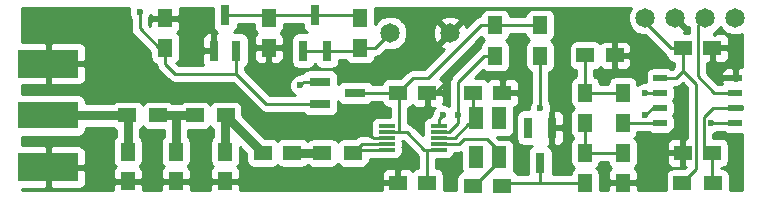
<source format=gbr>
G04 #@! TF.FileFunction,Copper,L1,Top,Signal*
%FSLAX46Y46*%
G04 Gerber Fmt 4.6, Leading zero omitted, Abs format (unit mm)*
G04 Created by KiCad (PCBNEW 0.201508030901+6040~28~ubuntu14.04.1-product) date Wed 05 Aug 2015 11:40:12 PM CDT*
%MOMM*%
G01*
G04 APERTURE LIST*
%ADD10C,0.100000*%
%ADD11R,1.250000X1.500000*%
%ADD12R,1.500000X1.250000*%
%ADD13R,1.501140X1.198880*%
%ADD14C,1.651000*%
%ADD15R,1.800860X0.800100*%
%ADD16R,1.198880X1.501140*%
%ADD17R,0.800100X1.800860*%
%ADD18R,1.400000X0.300000*%
%ADD19R,1.143000X0.508000*%
%ADD20C,0.711200*%
%ADD21R,0.889000X0.457200*%
%ADD22R,5.080000X2.413000*%
%ADD23R,5.080000X2.286000*%
%ADD24R,1.200000X1.900000*%
%ADD25C,0.600000*%
%ADD26C,0.250000*%
%ADD27C,0.787400*%
%ADD28C,0.254000*%
G04 APERTURE END LIST*
D10*
D11*
X126873000Y-87610000D03*
X126873000Y-85110000D03*
X123190000Y-98913000D03*
X123190000Y-96413000D03*
D12*
X128885000Y-96520000D03*
X126385000Y-96520000D03*
D11*
X118999000Y-98913000D03*
X118999000Y-96413000D03*
X118110000Y-85110000D03*
X118110000Y-87610000D03*
X114935000Y-98913000D03*
X114935000Y-96413000D03*
D12*
X144165000Y-91440000D03*
X146665000Y-91440000D03*
X146665000Y-99314000D03*
X144165000Y-99314000D03*
D11*
X156845000Y-99040000D03*
X156845000Y-96540000D03*
D12*
X156190000Y-88265000D03*
X153690000Y-88265000D03*
X164445000Y-96520000D03*
X161945000Y-96520000D03*
X140315000Y-91440000D03*
X137815000Y-91440000D03*
X140315000Y-99060000D03*
X137815000Y-99060000D03*
X164445000Y-87630000D03*
X161945000Y-87630000D03*
D13*
X123220480Y-93345000D03*
X120619520Y-93345000D03*
X131414520Y-96520000D03*
X134015480Y-96520000D03*
X117505480Y-93345000D03*
X114904520Y-93345000D03*
D14*
X137160000Y-86360000D03*
X142240000Y-86360000D03*
X158750000Y-85090000D03*
X161290000Y-85090000D03*
X163830000Y-85090000D03*
X166370000Y-85090000D03*
D15*
X131213860Y-90490000D03*
X131213860Y-92390000D03*
X134216140Y-91440000D03*
D16*
X149860000Y-85694520D03*
X149860000Y-88295480D03*
X146050000Y-85694520D03*
X146050000Y-88295480D03*
X153670000Y-99090480D03*
X153670000Y-96489520D03*
X153670000Y-94010480D03*
X153670000Y-91409520D03*
X156845000Y-91409520D03*
X156845000Y-94010480D03*
D13*
X164495480Y-99060000D03*
X161894520Y-99060000D03*
D17*
X122240000Y-87861140D03*
X124140000Y-87861140D03*
X123190000Y-84858860D03*
D18*
X141265000Y-96250000D03*
X141265000Y-95750000D03*
X141265000Y-95250000D03*
X141265000Y-94750000D03*
X141265000Y-94250000D03*
X136865000Y-94250000D03*
X136865000Y-94750000D03*
X136865000Y-95250000D03*
X136865000Y-95750000D03*
X136865000Y-96250000D03*
D19*
X166370000Y-90170000D03*
X166370000Y-91440000D03*
X166370000Y-92710000D03*
X166370000Y-93980000D03*
X160020000Y-93980000D03*
X160020000Y-92710000D03*
X160020000Y-91440000D03*
X160020000Y-90170000D03*
D20*
X111633000Y-97726500D03*
D21*
X111188500Y-97726500D03*
D22*
X108204000Y-97726500D03*
D23*
X108204000Y-93345000D03*
D22*
X108204000Y-88963500D03*
D21*
X111188500Y-88963500D03*
D20*
X111633000Y-88963500D03*
D17*
X129810000Y-87861140D03*
X131810000Y-87861140D03*
X130810000Y-84858860D03*
X150860000Y-94383860D03*
X148860000Y-94383860D03*
X149860000Y-97386140D03*
D24*
X144415000Y-96900000D03*
X146415000Y-93600000D03*
X146415000Y-96900000D03*
X144415000Y-93600000D03*
D11*
X134620000Y-85110000D03*
X134620000Y-87610000D03*
D25*
X125984000Y-87630000D03*
X121031000Y-87884000D03*
X119761000Y-85471000D03*
X142367000Y-97790000D03*
X148590000Y-91440000D03*
X148209000Y-96393000D03*
X134366000Y-94996000D03*
X134366000Y-92964000D03*
X160274000Y-96520000D03*
X166370000Y-97917000D03*
X152019000Y-91440000D03*
X161671000Y-92837000D03*
X152146000Y-95123000D03*
X164465000Y-89535000D03*
X142240000Y-90170000D03*
X158115000Y-88265000D03*
X116967000Y-99060000D03*
X120904000Y-99060000D03*
X135890000Y-99060000D03*
X158369000Y-99060000D03*
X115951000Y-84582000D03*
X166878000Y-92710000D03*
X129540000Y-90805000D03*
X149860000Y-92710000D03*
X158750000Y-91440000D03*
X141605000Y-93345000D03*
X158750000Y-93345000D03*
X142875000Y-93345000D03*
X164338000Y-93980000D03*
D26*
X126873000Y-87610000D02*
X126004000Y-87610000D01*
X126004000Y-87610000D02*
X125984000Y-87630000D01*
X122240000Y-87861140D02*
X121053860Y-87861140D01*
X121053860Y-87861140D02*
X121031000Y-87884000D01*
X118110000Y-85110000D02*
X119400000Y-85110000D01*
X119400000Y-85110000D02*
X119761000Y-85471000D01*
X148590000Y-91440000D02*
X148590000Y-92075000D01*
X146665000Y-91440000D02*
X148590000Y-91440000D01*
X147701000Y-95885000D02*
X148209000Y-96393000D01*
X147701000Y-92964000D02*
X147701000Y-95885000D01*
X148590000Y-92075000D02*
X147701000Y-92964000D01*
X134366000Y-92964000D02*
X134366000Y-94996000D01*
X135763000Y-95250000D02*
X135255000Y-94996000D01*
X135255000Y-94996000D02*
X134366000Y-94996000D01*
X135763000Y-95250000D02*
X136865000Y-95250000D01*
X161945000Y-96520000D02*
X160274000Y-96520000D01*
X152123140Y-94383860D02*
X152123140Y-91544140D01*
X152123140Y-91544140D02*
X152019000Y-91440000D01*
X161945000Y-96520000D02*
X161945000Y-93111000D01*
X161945000Y-93111000D02*
X161671000Y-92837000D01*
X150860000Y-94383860D02*
X152123140Y-94383860D01*
X152146000Y-94406720D02*
X152146000Y-95123000D01*
X152123140Y-94383860D02*
X152146000Y-94406720D01*
X164445000Y-87630000D02*
X164445000Y-89515000D01*
X164445000Y-89515000D02*
X164465000Y-89535000D01*
X150810000Y-94383860D02*
X151025860Y-94383860D01*
X140315000Y-91440000D02*
X140970000Y-91440000D01*
X140970000Y-91440000D02*
X142240000Y-90170000D01*
X156190000Y-88265000D02*
X158115000Y-88265000D01*
X114935000Y-99040000D02*
X116947000Y-99040000D01*
X116947000Y-99040000D02*
X116967000Y-99060000D01*
X118999000Y-99040000D02*
X120884000Y-99040000D01*
X120884000Y-99040000D02*
X120904000Y-99060000D01*
X137815000Y-99060000D02*
X135890000Y-99060000D01*
X156845000Y-99040000D02*
X158349000Y-99040000D01*
X158349000Y-99040000D02*
X158369000Y-99060000D01*
X129810000Y-87861140D02*
X131810000Y-87861140D01*
X131810000Y-87861140D02*
X134368860Y-87861140D01*
X134368860Y-87861140D02*
X134620000Y-87610000D01*
X134620000Y-87610000D02*
X135910000Y-87610000D01*
X135910000Y-87610000D02*
X137160000Y-86360000D01*
D27*
X123190000Y-96540000D02*
X123190000Y-93375480D01*
X123190000Y-93375480D02*
X123220480Y-93345000D01*
X123220480Y-93345000D02*
X123220480Y-93355480D01*
X123220480Y-93355480D02*
X126385000Y-96520000D01*
X126365000Y-96540000D02*
X126385000Y-96520000D01*
X123220480Y-96509520D02*
X123190000Y-96540000D01*
X128885000Y-96520000D02*
X131414520Y-96520000D01*
X118999000Y-96540000D02*
X118999000Y-93345000D01*
X118999000Y-93345000D02*
X118745000Y-93345000D01*
X120619520Y-93345000D02*
X118745000Y-93345000D01*
X118745000Y-93345000D02*
X117505480Y-93345000D01*
D26*
X115951000Y-84582000D02*
X115951000Y-85979000D01*
X115951000Y-85979000D02*
X117582000Y-87610000D01*
X117582000Y-87610000D02*
X118110000Y-87610000D01*
X124140000Y-89850000D02*
X118933000Y-89850000D01*
X118110000Y-89027000D02*
X118110000Y-87610000D01*
X118933000Y-89850000D02*
X118110000Y-89027000D01*
X126768860Y-92390000D02*
X126680000Y-92390000D01*
X131213860Y-92390000D02*
X126768860Y-92390000D01*
X124140000Y-89850000D02*
X124140000Y-87861140D01*
X126680000Y-92390000D02*
X124140000Y-89850000D01*
X160020000Y-90170000D02*
X161330000Y-90170000D01*
X161330000Y-90170000D02*
X161945000Y-89555000D01*
X161945000Y-87630000D02*
X161945000Y-89555000D01*
X163068000Y-90678000D02*
X162306000Y-89916000D01*
X163068000Y-92456000D02*
X163068000Y-97886520D01*
X163068000Y-97886520D02*
X161894520Y-99060000D01*
X163068000Y-92456000D02*
X163068000Y-90678000D01*
X161945000Y-89555000D02*
X162306000Y-89916000D01*
X162306000Y-87991000D02*
X161945000Y-87630000D01*
X158750000Y-85090000D02*
X158750000Y-85471000D01*
X158750000Y-85471000D02*
X160909000Y-87630000D01*
X160909000Y-87630000D02*
X161945000Y-87630000D01*
X161894520Y-99060000D02*
X161925000Y-99060000D01*
X161945000Y-87630000D02*
X161798000Y-87630000D01*
D27*
X114935000Y-96540000D02*
X114935000Y-93375480D01*
X114935000Y-93375480D02*
X114904520Y-93345000D01*
X108204000Y-93345000D02*
X114904520Y-93345000D01*
D26*
X149860000Y-97386140D02*
X149860000Y-99060000D01*
X146665000Y-99060000D02*
X149860000Y-99060000D01*
X149860000Y-99060000D02*
X153639520Y-99060000D01*
X153639520Y-99060000D02*
X153670000Y-99090480D01*
X146340000Y-96400000D02*
X146340000Y-97246000D01*
X146340000Y-97246000D02*
X144526000Y-99060000D01*
X144526000Y-99060000D02*
X144165000Y-99060000D01*
X141265000Y-95750000D02*
X143010000Y-95750000D01*
X143010000Y-95750000D02*
X143383000Y-95377000D01*
X143383000Y-95377000D02*
X145317000Y-95377000D01*
X145317000Y-95377000D02*
X146340000Y-96400000D01*
X146340000Y-96400000D02*
X146340000Y-96885000D01*
X156845000Y-96540000D02*
X153720480Y-96540000D01*
X153720480Y-96540000D02*
X153670000Y-96489520D01*
X153670000Y-94010480D02*
X153670000Y-96489520D01*
X156845000Y-91409520D02*
X153670000Y-91409520D01*
X153690000Y-88265000D02*
X153690000Y-91389520D01*
X153690000Y-91389520D02*
X153670000Y-91409520D01*
X166878000Y-92710000D02*
X166370000Y-92710000D01*
X164465000Y-92710000D02*
X166878000Y-92710000D01*
X163703000Y-93472000D02*
X164465000Y-92710000D01*
X163703000Y-95885000D02*
X163703000Y-93472000D01*
X164338000Y-96520000D02*
X163703000Y-95885000D01*
X164445000Y-96520000D02*
X164338000Y-96520000D01*
X164445000Y-96520000D02*
X164280002Y-96520000D01*
X164445000Y-96520000D02*
X164445000Y-99009520D01*
X164445000Y-99009520D02*
X164495480Y-99060000D01*
X146050000Y-85694520D02*
X144810480Y-85694520D01*
X139085000Y-90170000D02*
X137815000Y-91440000D01*
X140335000Y-90170000D02*
X139085000Y-90170000D01*
X144810480Y-85694520D02*
X140335000Y-90170000D01*
X147924520Y-85694520D02*
X149860000Y-85694520D01*
X147924520Y-85694520D02*
X146050000Y-85694520D01*
X134216140Y-91440000D02*
X137815000Y-91440000D01*
X137815000Y-91440000D02*
X137815000Y-91714000D01*
X137815000Y-91714000D02*
X137922000Y-91821000D01*
X137922000Y-91821000D02*
X137922000Y-94750000D01*
X140315000Y-99060000D02*
X140315000Y-96250000D01*
X140335000Y-96266000D02*
X140335000Y-96250000D01*
X140331000Y-96266000D02*
X140335000Y-96266000D01*
X140315000Y-96250000D02*
X140331000Y-96266000D01*
X141265000Y-96250000D02*
X140335000Y-96250000D01*
X140335000Y-96250000D02*
X140065000Y-96250000D01*
X138565000Y-94750000D02*
X137922000Y-94750000D01*
X137922000Y-94750000D02*
X136865000Y-94750000D01*
X140065000Y-96250000D02*
X138565000Y-94750000D01*
X136865000Y-96250000D02*
X134285480Y-96250000D01*
X134285480Y-96250000D02*
X134015480Y-96520000D01*
X136865000Y-95750000D02*
X134785480Y-95750000D01*
X134785480Y-95750000D02*
X134015480Y-96520000D01*
X163195000Y-86741000D02*
X163195000Y-85725000D01*
X163195000Y-86741000D02*
X163195000Y-90043000D01*
X163195000Y-90043000D02*
X164592000Y-91440000D01*
X166370000Y-91440000D02*
X164592000Y-91440000D01*
X163195000Y-85725000D02*
X163830000Y-85090000D01*
X129855000Y-90490000D02*
X131213860Y-90490000D01*
X129540000Y-90805000D02*
X129855000Y-90490000D01*
X149860000Y-88295480D02*
X149860000Y-92710000D01*
X141265000Y-94250000D02*
X141265000Y-93685000D01*
X158750000Y-91440000D02*
X160020000Y-91440000D01*
X141265000Y-93685000D02*
X141605000Y-93345000D01*
X142875000Y-93345000D02*
X142875000Y-90551000D01*
X145130520Y-88295480D02*
X146050000Y-88295480D01*
X142875000Y-90551000D02*
X145130520Y-88295480D01*
X141265000Y-94750000D02*
X142105000Y-94750000D01*
X159385000Y-92710000D02*
X160020000Y-92710000D01*
X158750000Y-93345000D02*
X159385000Y-92710000D01*
X142875000Y-93980000D02*
X142875000Y-93345000D01*
X142105000Y-94750000D02*
X142875000Y-93980000D01*
X156845000Y-94010480D02*
X159989520Y-94010480D01*
X159989520Y-94010480D02*
X160020000Y-93980000D01*
X166370000Y-93980000D02*
X164338000Y-93980000D01*
X144165000Y-91440000D02*
X144165000Y-93775000D01*
X144165000Y-93775000D02*
X144490000Y-94100000D01*
X141265000Y-95250000D02*
X142621000Y-95250000D01*
X143771000Y-94100000D02*
X144490000Y-94100000D01*
X142621000Y-95250000D02*
X143771000Y-94100000D01*
X130810000Y-84858860D02*
X134368860Y-84858860D01*
X134368860Y-84858860D02*
X134620000Y-85110000D01*
X130810000Y-84858860D02*
X127124140Y-84858860D01*
X127124140Y-84858860D02*
X126873000Y-85110000D01*
X123190000Y-84858860D02*
X126621860Y-84858860D01*
X126621860Y-84858860D02*
X126873000Y-85110000D01*
X126621860Y-84858860D02*
X126873000Y-85110000D01*
D28*
G36*
X122005820Y-94395881D02*
X122161300Y-94502116D01*
X122161300Y-95168190D01*
X122113559Y-95198910D01*
X121968569Y-95411110D01*
X121917560Y-95663000D01*
X121917560Y-97163000D01*
X121961838Y-97398317D01*
X122100910Y-97614441D01*
X122169006Y-97660969D01*
X122026673Y-97803302D01*
X121930000Y-98036691D01*
X121930000Y-98627250D01*
X122088750Y-98786000D01*
X123063000Y-98786000D01*
X123063000Y-98766000D01*
X123317000Y-98766000D01*
X123317000Y-98786000D01*
X124291250Y-98786000D01*
X124450000Y-98627250D01*
X124450000Y-98308690D01*
X136430000Y-98308690D01*
X136430000Y-98774250D01*
X136588750Y-98933000D01*
X137688000Y-98933000D01*
X137688000Y-97958750D01*
X137529250Y-97800000D01*
X136938691Y-97800000D01*
X136705302Y-97896673D01*
X136526673Y-98075301D01*
X136430000Y-98308690D01*
X124450000Y-98308690D01*
X124450000Y-98036691D01*
X124353327Y-97803302D01*
X124212090Y-97662064D01*
X124266441Y-97627090D01*
X124411431Y-97414890D01*
X124462440Y-97163000D01*
X124462440Y-96052242D01*
X124987560Y-96577362D01*
X124987560Y-97145000D01*
X125031838Y-97380317D01*
X125170910Y-97596441D01*
X125383110Y-97741431D01*
X125635000Y-97792440D01*
X127135000Y-97792440D01*
X127370317Y-97748162D01*
X127586441Y-97609090D01*
X127634134Y-97539289D01*
X127670910Y-97596441D01*
X127883110Y-97741431D01*
X128135000Y-97792440D01*
X129635000Y-97792440D01*
X129870317Y-97748162D01*
X130086441Y-97609090D01*
X130127704Y-97548700D01*
X130185587Y-97548700D01*
X130199860Y-97570881D01*
X130412060Y-97715871D01*
X130663950Y-97766880D01*
X132165090Y-97766880D01*
X132400407Y-97722602D01*
X132616531Y-97583530D01*
X132715631Y-97438493D01*
X132800820Y-97570881D01*
X133013020Y-97715871D01*
X133264910Y-97766880D01*
X134766050Y-97766880D01*
X135001367Y-97722602D01*
X135217491Y-97583530D01*
X135362481Y-97371330D01*
X135413490Y-97119440D01*
X135413490Y-97010000D01*
X135980116Y-97010000D01*
X136165000Y-97047440D01*
X137565000Y-97047440D01*
X137800317Y-97003162D01*
X138016441Y-96864090D01*
X138161431Y-96651890D01*
X138212440Y-96400000D01*
X138212440Y-96100000D01*
X138192933Y-95996329D01*
X138212440Y-95900000D01*
X138212440Y-95600000D01*
X138199020Y-95528677D01*
X138200000Y-95526310D01*
X138200000Y-95510000D01*
X138250198Y-95510000D01*
X139527599Y-96787401D01*
X139555000Y-96805710D01*
X139555000Y-97789442D01*
X139329683Y-97831838D01*
X139113559Y-97970910D01*
X139067031Y-98039006D01*
X138924698Y-97896673D01*
X138691309Y-97800000D01*
X138100750Y-97800000D01*
X137942000Y-97958750D01*
X137942000Y-98933000D01*
X137962000Y-98933000D01*
X137962000Y-99187000D01*
X137942000Y-99187000D01*
X137942000Y-99207000D01*
X137688000Y-99207000D01*
X137688000Y-99187000D01*
X136588750Y-99187000D01*
X136430000Y-99345750D01*
X136430000Y-99645000D01*
X124450000Y-99645000D01*
X124450000Y-99198750D01*
X124291250Y-99040000D01*
X123317000Y-99040000D01*
X123317000Y-99060000D01*
X123063000Y-99060000D01*
X123063000Y-99040000D01*
X122088750Y-99040000D01*
X121930000Y-99198750D01*
X121930000Y-99645000D01*
X120259000Y-99645000D01*
X120259000Y-99198750D01*
X120100250Y-99040000D01*
X119126000Y-99040000D01*
X119126000Y-99060000D01*
X118872000Y-99060000D01*
X118872000Y-99040000D01*
X117897750Y-99040000D01*
X117739000Y-99198750D01*
X117739000Y-99645000D01*
X116195000Y-99645000D01*
X116195000Y-99198750D01*
X116036250Y-99040000D01*
X115062000Y-99040000D01*
X115062000Y-99060000D01*
X114808000Y-99060000D01*
X114808000Y-99040000D01*
X113833750Y-99040000D01*
X113675000Y-99198750D01*
X113675000Y-99645000D01*
X105968000Y-99645000D01*
X105968000Y-99568000D01*
X107918250Y-99568000D01*
X108077000Y-99409250D01*
X108077000Y-97853500D01*
X108331000Y-97853500D01*
X108331000Y-99409250D01*
X108489750Y-99568000D01*
X110870310Y-99568000D01*
X111103699Y-99471327D01*
X111282327Y-99292698D01*
X111379000Y-99059309D01*
X111379000Y-98012250D01*
X111220250Y-97853500D01*
X108331000Y-97853500D01*
X108077000Y-97853500D01*
X108057000Y-97853500D01*
X108057000Y-97599500D01*
X108077000Y-97599500D01*
X108077000Y-96043750D01*
X108331000Y-96043750D01*
X108331000Y-97599500D01*
X111220250Y-97599500D01*
X111379000Y-97440750D01*
X111379000Y-96393691D01*
X111282327Y-96160302D01*
X111103699Y-95981673D01*
X110870310Y-95885000D01*
X108489750Y-95885000D01*
X108331000Y-96043750D01*
X108077000Y-96043750D01*
X107918250Y-95885000D01*
X105968000Y-95885000D01*
X105968000Y-95135440D01*
X110744000Y-95135440D01*
X110979317Y-95091162D01*
X111195441Y-94952090D01*
X111340431Y-94739890D01*
X111391440Y-94488000D01*
X111391440Y-94373700D01*
X113675587Y-94373700D01*
X113689860Y-94395881D01*
X113902060Y-94540871D01*
X113906300Y-94541730D01*
X113906300Y-95168190D01*
X113858559Y-95198910D01*
X113713569Y-95411110D01*
X113662560Y-95663000D01*
X113662560Y-97163000D01*
X113706838Y-97398317D01*
X113845910Y-97614441D01*
X113914006Y-97660969D01*
X113771673Y-97803302D01*
X113675000Y-98036691D01*
X113675000Y-98627250D01*
X113833750Y-98786000D01*
X114808000Y-98786000D01*
X114808000Y-98766000D01*
X115062000Y-98766000D01*
X115062000Y-98786000D01*
X116036250Y-98786000D01*
X116195000Y-98627250D01*
X116195000Y-98036691D01*
X116098327Y-97803302D01*
X115957090Y-97662064D01*
X116011441Y-97627090D01*
X116156431Y-97414890D01*
X116207440Y-97163000D01*
X116207440Y-95663000D01*
X116163162Y-95427683D01*
X116024090Y-95211559D01*
X115963700Y-95170296D01*
X115963700Y-94500439D01*
X116106531Y-94408530D01*
X116205631Y-94263493D01*
X116290820Y-94395881D01*
X116503020Y-94540871D01*
X116754910Y-94591880D01*
X117970300Y-94591880D01*
X117970300Y-95168190D01*
X117922559Y-95198910D01*
X117777569Y-95411110D01*
X117726560Y-95663000D01*
X117726560Y-97163000D01*
X117770838Y-97398317D01*
X117909910Y-97614441D01*
X117978006Y-97660969D01*
X117835673Y-97803302D01*
X117739000Y-98036691D01*
X117739000Y-98627250D01*
X117897750Y-98786000D01*
X118872000Y-98786000D01*
X118872000Y-98766000D01*
X119126000Y-98766000D01*
X119126000Y-98786000D01*
X120100250Y-98786000D01*
X120259000Y-98627250D01*
X120259000Y-98036691D01*
X120162327Y-97803302D01*
X120021090Y-97662064D01*
X120075441Y-97627090D01*
X120220431Y-97414890D01*
X120271440Y-97163000D01*
X120271440Y-95663000D01*
X120227162Y-95427683D01*
X120088090Y-95211559D01*
X120027700Y-95170296D01*
X120027700Y-94591880D01*
X121370090Y-94591880D01*
X121605407Y-94547602D01*
X121821531Y-94408530D01*
X121920631Y-94263493D01*
X122005820Y-94395881D01*
X122005820Y-94395881D01*
G37*
X122005820Y-94395881D02*
X122161300Y-94502116D01*
X122161300Y-95168190D01*
X122113559Y-95198910D01*
X121968569Y-95411110D01*
X121917560Y-95663000D01*
X121917560Y-97163000D01*
X121961838Y-97398317D01*
X122100910Y-97614441D01*
X122169006Y-97660969D01*
X122026673Y-97803302D01*
X121930000Y-98036691D01*
X121930000Y-98627250D01*
X122088750Y-98786000D01*
X123063000Y-98786000D01*
X123063000Y-98766000D01*
X123317000Y-98766000D01*
X123317000Y-98786000D01*
X124291250Y-98786000D01*
X124450000Y-98627250D01*
X124450000Y-98308690D01*
X136430000Y-98308690D01*
X136430000Y-98774250D01*
X136588750Y-98933000D01*
X137688000Y-98933000D01*
X137688000Y-97958750D01*
X137529250Y-97800000D01*
X136938691Y-97800000D01*
X136705302Y-97896673D01*
X136526673Y-98075301D01*
X136430000Y-98308690D01*
X124450000Y-98308690D01*
X124450000Y-98036691D01*
X124353327Y-97803302D01*
X124212090Y-97662064D01*
X124266441Y-97627090D01*
X124411431Y-97414890D01*
X124462440Y-97163000D01*
X124462440Y-96052242D01*
X124987560Y-96577362D01*
X124987560Y-97145000D01*
X125031838Y-97380317D01*
X125170910Y-97596441D01*
X125383110Y-97741431D01*
X125635000Y-97792440D01*
X127135000Y-97792440D01*
X127370317Y-97748162D01*
X127586441Y-97609090D01*
X127634134Y-97539289D01*
X127670910Y-97596441D01*
X127883110Y-97741431D01*
X128135000Y-97792440D01*
X129635000Y-97792440D01*
X129870317Y-97748162D01*
X130086441Y-97609090D01*
X130127704Y-97548700D01*
X130185587Y-97548700D01*
X130199860Y-97570881D01*
X130412060Y-97715871D01*
X130663950Y-97766880D01*
X132165090Y-97766880D01*
X132400407Y-97722602D01*
X132616531Y-97583530D01*
X132715631Y-97438493D01*
X132800820Y-97570881D01*
X133013020Y-97715871D01*
X133264910Y-97766880D01*
X134766050Y-97766880D01*
X135001367Y-97722602D01*
X135217491Y-97583530D01*
X135362481Y-97371330D01*
X135413490Y-97119440D01*
X135413490Y-97010000D01*
X135980116Y-97010000D01*
X136165000Y-97047440D01*
X137565000Y-97047440D01*
X137800317Y-97003162D01*
X138016441Y-96864090D01*
X138161431Y-96651890D01*
X138212440Y-96400000D01*
X138212440Y-96100000D01*
X138192933Y-95996329D01*
X138212440Y-95900000D01*
X138212440Y-95600000D01*
X138199020Y-95528677D01*
X138200000Y-95526310D01*
X138200000Y-95510000D01*
X138250198Y-95510000D01*
X139527599Y-96787401D01*
X139555000Y-96805710D01*
X139555000Y-97789442D01*
X139329683Y-97831838D01*
X139113559Y-97970910D01*
X139067031Y-98039006D01*
X138924698Y-97896673D01*
X138691309Y-97800000D01*
X138100750Y-97800000D01*
X137942000Y-97958750D01*
X137942000Y-98933000D01*
X137962000Y-98933000D01*
X137962000Y-99187000D01*
X137942000Y-99187000D01*
X137942000Y-99207000D01*
X137688000Y-99207000D01*
X137688000Y-99187000D01*
X136588750Y-99187000D01*
X136430000Y-99345750D01*
X136430000Y-99645000D01*
X124450000Y-99645000D01*
X124450000Y-99198750D01*
X124291250Y-99040000D01*
X123317000Y-99040000D01*
X123317000Y-99060000D01*
X123063000Y-99060000D01*
X123063000Y-99040000D01*
X122088750Y-99040000D01*
X121930000Y-99198750D01*
X121930000Y-99645000D01*
X120259000Y-99645000D01*
X120259000Y-99198750D01*
X120100250Y-99040000D01*
X119126000Y-99040000D01*
X119126000Y-99060000D01*
X118872000Y-99060000D01*
X118872000Y-99040000D01*
X117897750Y-99040000D01*
X117739000Y-99198750D01*
X117739000Y-99645000D01*
X116195000Y-99645000D01*
X116195000Y-99198750D01*
X116036250Y-99040000D01*
X115062000Y-99040000D01*
X115062000Y-99060000D01*
X114808000Y-99060000D01*
X114808000Y-99040000D01*
X113833750Y-99040000D01*
X113675000Y-99198750D01*
X113675000Y-99645000D01*
X105968000Y-99645000D01*
X105968000Y-99568000D01*
X107918250Y-99568000D01*
X108077000Y-99409250D01*
X108077000Y-97853500D01*
X108331000Y-97853500D01*
X108331000Y-99409250D01*
X108489750Y-99568000D01*
X110870310Y-99568000D01*
X111103699Y-99471327D01*
X111282327Y-99292698D01*
X111379000Y-99059309D01*
X111379000Y-98012250D01*
X111220250Y-97853500D01*
X108331000Y-97853500D01*
X108077000Y-97853500D01*
X108057000Y-97853500D01*
X108057000Y-97599500D01*
X108077000Y-97599500D01*
X108077000Y-96043750D01*
X108331000Y-96043750D01*
X108331000Y-97599500D01*
X111220250Y-97599500D01*
X111379000Y-97440750D01*
X111379000Y-96393691D01*
X111282327Y-96160302D01*
X111103699Y-95981673D01*
X110870310Y-95885000D01*
X108489750Y-95885000D01*
X108331000Y-96043750D01*
X108077000Y-96043750D01*
X107918250Y-95885000D01*
X105968000Y-95885000D01*
X105968000Y-95135440D01*
X110744000Y-95135440D01*
X110979317Y-95091162D01*
X111195441Y-94952090D01*
X111340431Y-94739890D01*
X111391440Y-94488000D01*
X111391440Y-94373700D01*
X113675587Y-94373700D01*
X113689860Y-94395881D01*
X113902060Y-94540871D01*
X113906300Y-94541730D01*
X113906300Y-95168190D01*
X113858559Y-95198910D01*
X113713569Y-95411110D01*
X113662560Y-95663000D01*
X113662560Y-97163000D01*
X113706838Y-97398317D01*
X113845910Y-97614441D01*
X113914006Y-97660969D01*
X113771673Y-97803302D01*
X113675000Y-98036691D01*
X113675000Y-98627250D01*
X113833750Y-98786000D01*
X114808000Y-98786000D01*
X114808000Y-98766000D01*
X115062000Y-98766000D01*
X115062000Y-98786000D01*
X116036250Y-98786000D01*
X116195000Y-98627250D01*
X116195000Y-98036691D01*
X116098327Y-97803302D01*
X115957090Y-97662064D01*
X116011441Y-97627090D01*
X116156431Y-97414890D01*
X116207440Y-97163000D01*
X116207440Y-95663000D01*
X116163162Y-95427683D01*
X116024090Y-95211559D01*
X115963700Y-95170296D01*
X115963700Y-94500439D01*
X116106531Y-94408530D01*
X116205631Y-94263493D01*
X116290820Y-94395881D01*
X116503020Y-94540871D01*
X116754910Y-94591880D01*
X117970300Y-94591880D01*
X117970300Y-95168190D01*
X117922559Y-95198910D01*
X117777569Y-95411110D01*
X117726560Y-95663000D01*
X117726560Y-97163000D01*
X117770838Y-97398317D01*
X117909910Y-97614441D01*
X117978006Y-97660969D01*
X117835673Y-97803302D01*
X117739000Y-98036691D01*
X117739000Y-98627250D01*
X117897750Y-98786000D01*
X118872000Y-98786000D01*
X118872000Y-98766000D01*
X119126000Y-98766000D01*
X119126000Y-98786000D01*
X120100250Y-98786000D01*
X120259000Y-98627250D01*
X120259000Y-98036691D01*
X120162327Y-97803302D01*
X120021090Y-97662064D01*
X120075441Y-97627090D01*
X120220431Y-97414890D01*
X120271440Y-97163000D01*
X120271440Y-95663000D01*
X120227162Y-95427683D01*
X120088090Y-95211559D01*
X120027700Y-95170296D01*
X120027700Y-94591880D01*
X121370090Y-94591880D01*
X121605407Y-94547602D01*
X121821531Y-94408530D01*
X121920631Y-94263493D01*
X122005820Y-94395881D01*
G36*
X162308000Y-90992802D02*
X162308000Y-95260000D01*
X162230750Y-95260000D01*
X162072000Y-95418750D01*
X162072000Y-96393000D01*
X162092000Y-96393000D01*
X162092000Y-96647000D01*
X162072000Y-96647000D01*
X162072000Y-97621250D01*
X162165234Y-97714484D01*
X162066598Y-97813120D01*
X161143950Y-97813120D01*
X160908633Y-97857398D01*
X160692509Y-97996470D01*
X160547519Y-98208670D01*
X160496510Y-98460560D01*
X160496510Y-99645000D01*
X158105000Y-99645000D01*
X158105000Y-99325750D01*
X157946250Y-99167000D01*
X156972000Y-99167000D01*
X156972000Y-99187000D01*
X156718000Y-99187000D01*
X156718000Y-99167000D01*
X155743750Y-99167000D01*
X155585000Y-99325750D01*
X155585000Y-99645000D01*
X154916880Y-99645000D01*
X154916880Y-98339910D01*
X154872602Y-98104593D01*
X154733530Y-97888469D01*
X154588493Y-97789369D01*
X154720881Y-97704180D01*
X154865871Y-97491980D01*
X154904748Y-97300000D01*
X155574442Y-97300000D01*
X155616838Y-97525317D01*
X155755910Y-97741441D01*
X155824006Y-97787969D01*
X155681673Y-97930302D01*
X155585000Y-98163691D01*
X155585000Y-98754250D01*
X155743750Y-98913000D01*
X156718000Y-98913000D01*
X156718000Y-98893000D01*
X156972000Y-98893000D01*
X156972000Y-98913000D01*
X157946250Y-98913000D01*
X158105000Y-98754250D01*
X158105000Y-98163691D01*
X158008327Y-97930302D01*
X157867090Y-97789064D01*
X157921441Y-97754090D01*
X158066431Y-97541890D01*
X158117440Y-97290000D01*
X158117440Y-96805750D01*
X160560000Y-96805750D01*
X160560000Y-97271310D01*
X160656673Y-97504699D01*
X160835302Y-97683327D01*
X161068691Y-97780000D01*
X161659250Y-97780000D01*
X161818000Y-97621250D01*
X161818000Y-96647000D01*
X160718750Y-96647000D01*
X160560000Y-96805750D01*
X158117440Y-96805750D01*
X158117440Y-95790000D01*
X158113431Y-95768690D01*
X160560000Y-95768690D01*
X160560000Y-96234250D01*
X160718750Y-96393000D01*
X161818000Y-96393000D01*
X161818000Y-95418750D01*
X161659250Y-95260000D01*
X161068691Y-95260000D01*
X160835302Y-95356673D01*
X160656673Y-95535301D01*
X160560000Y-95768690D01*
X158113431Y-95768690D01*
X158073162Y-95554683D01*
X157934090Y-95338559D01*
X157830072Y-95267487D01*
X157895881Y-95225140D01*
X158040871Y-95012940D01*
X158089970Y-94770480D01*
X159108869Y-94770480D01*
X159196610Y-94830431D01*
X159448500Y-94881440D01*
X160591500Y-94881440D01*
X160826817Y-94837162D01*
X161042941Y-94698090D01*
X161187931Y-94485890D01*
X161238940Y-94234000D01*
X161238940Y-93726000D01*
X161194662Y-93490683D01*
X161100334Y-93344093D01*
X161187931Y-93215890D01*
X161238940Y-92964000D01*
X161238940Y-92456000D01*
X161194662Y-92220683D01*
X161100334Y-92074093D01*
X161187931Y-91945890D01*
X161238940Y-91694000D01*
X161238940Y-91186000D01*
X161194662Y-90950683D01*
X161181353Y-90930000D01*
X161330000Y-90930000D01*
X161620839Y-90872148D01*
X161867401Y-90707401D01*
X161945000Y-90629802D01*
X162308000Y-90992802D01*
X162308000Y-90992802D01*
G37*
X162308000Y-90992802D02*
X162308000Y-95260000D01*
X162230750Y-95260000D01*
X162072000Y-95418750D01*
X162072000Y-96393000D01*
X162092000Y-96393000D01*
X162092000Y-96647000D01*
X162072000Y-96647000D01*
X162072000Y-97621250D01*
X162165234Y-97714484D01*
X162066598Y-97813120D01*
X161143950Y-97813120D01*
X160908633Y-97857398D01*
X160692509Y-97996470D01*
X160547519Y-98208670D01*
X160496510Y-98460560D01*
X160496510Y-99645000D01*
X158105000Y-99645000D01*
X158105000Y-99325750D01*
X157946250Y-99167000D01*
X156972000Y-99167000D01*
X156972000Y-99187000D01*
X156718000Y-99187000D01*
X156718000Y-99167000D01*
X155743750Y-99167000D01*
X155585000Y-99325750D01*
X155585000Y-99645000D01*
X154916880Y-99645000D01*
X154916880Y-98339910D01*
X154872602Y-98104593D01*
X154733530Y-97888469D01*
X154588493Y-97789369D01*
X154720881Y-97704180D01*
X154865871Y-97491980D01*
X154904748Y-97300000D01*
X155574442Y-97300000D01*
X155616838Y-97525317D01*
X155755910Y-97741441D01*
X155824006Y-97787969D01*
X155681673Y-97930302D01*
X155585000Y-98163691D01*
X155585000Y-98754250D01*
X155743750Y-98913000D01*
X156718000Y-98913000D01*
X156718000Y-98893000D01*
X156972000Y-98893000D01*
X156972000Y-98913000D01*
X157946250Y-98913000D01*
X158105000Y-98754250D01*
X158105000Y-98163691D01*
X158008327Y-97930302D01*
X157867090Y-97789064D01*
X157921441Y-97754090D01*
X158066431Y-97541890D01*
X158117440Y-97290000D01*
X158117440Y-96805750D01*
X160560000Y-96805750D01*
X160560000Y-97271310D01*
X160656673Y-97504699D01*
X160835302Y-97683327D01*
X161068691Y-97780000D01*
X161659250Y-97780000D01*
X161818000Y-97621250D01*
X161818000Y-96647000D01*
X160718750Y-96647000D01*
X160560000Y-96805750D01*
X158117440Y-96805750D01*
X158117440Y-95790000D01*
X158113431Y-95768690D01*
X160560000Y-95768690D01*
X160560000Y-96234250D01*
X160718750Y-96393000D01*
X161818000Y-96393000D01*
X161818000Y-95418750D01*
X161659250Y-95260000D01*
X161068691Y-95260000D01*
X160835302Y-95356673D01*
X160656673Y-95535301D01*
X160560000Y-95768690D01*
X158113431Y-95768690D01*
X158073162Y-95554683D01*
X157934090Y-95338559D01*
X157830072Y-95267487D01*
X157895881Y-95225140D01*
X158040871Y-95012940D01*
X158089970Y-94770480D01*
X159108869Y-94770480D01*
X159196610Y-94830431D01*
X159448500Y-94881440D01*
X160591500Y-94881440D01*
X160826817Y-94837162D01*
X161042941Y-94698090D01*
X161187931Y-94485890D01*
X161238940Y-94234000D01*
X161238940Y-93726000D01*
X161194662Y-93490683D01*
X161100334Y-93344093D01*
X161187931Y-93215890D01*
X161238940Y-92964000D01*
X161238940Y-92456000D01*
X161194662Y-92220683D01*
X161100334Y-92074093D01*
X161187931Y-91945890D01*
X161238940Y-91694000D01*
X161238940Y-91186000D01*
X161194662Y-90950683D01*
X161181353Y-90930000D01*
X161330000Y-90930000D01*
X161620839Y-90872148D01*
X161867401Y-90707401D01*
X161945000Y-90629802D01*
X162308000Y-90992802D01*
G36*
X143167560Y-97850000D02*
X143210833Y-98079977D01*
X143179683Y-98085838D01*
X142963559Y-98224910D01*
X142818569Y-98437110D01*
X142767560Y-98689000D01*
X142767560Y-99645000D01*
X141712440Y-99645000D01*
X141712440Y-98435000D01*
X141668162Y-98199683D01*
X141529090Y-97983559D01*
X141316890Y-97838569D01*
X141075000Y-97789585D01*
X141075000Y-97047440D01*
X141965000Y-97047440D01*
X142200317Y-97003162D01*
X142416441Y-96864090D01*
X142561431Y-96651890D01*
X142590164Y-96510000D01*
X143010000Y-96510000D01*
X143167560Y-96478659D01*
X143167560Y-97850000D01*
X143167560Y-97850000D01*
G37*
X143167560Y-97850000D02*
X143210833Y-98079977D01*
X143179683Y-98085838D01*
X142963559Y-98224910D01*
X142818569Y-98437110D01*
X142767560Y-98689000D01*
X142767560Y-99645000D01*
X141712440Y-99645000D01*
X141712440Y-98435000D01*
X141668162Y-98199683D01*
X141529090Y-97983559D01*
X141316890Y-97838569D01*
X141075000Y-97789585D01*
X141075000Y-97047440D01*
X141965000Y-97047440D01*
X142200317Y-97003162D01*
X142416441Y-96864090D01*
X142561431Y-96651890D01*
X142590164Y-96510000D01*
X143010000Y-96510000D01*
X143167560Y-96478659D01*
X143167560Y-97850000D01*
G36*
X165546610Y-94830431D02*
X165798500Y-94881440D01*
X166941500Y-94881440D01*
X166955000Y-94878900D01*
X166955000Y-99645000D01*
X165893490Y-99645000D01*
X165893490Y-98460560D01*
X165849212Y-98225243D01*
X165710140Y-98009119D01*
X165497940Y-97864129D01*
X165246050Y-97813120D01*
X165205000Y-97813120D01*
X165205000Y-97790558D01*
X165430317Y-97748162D01*
X165646441Y-97609090D01*
X165791431Y-97396890D01*
X165842440Y-97145000D01*
X165842440Y-95895000D01*
X165798162Y-95659683D01*
X165659090Y-95443559D01*
X165446890Y-95298569D01*
X165195000Y-95247560D01*
X164463000Y-95247560D01*
X164463000Y-94915110D01*
X164523167Y-94915162D01*
X164866943Y-94773117D01*
X164900118Y-94740000D01*
X165414260Y-94740000D01*
X165546610Y-94830431D01*
X165546610Y-94830431D01*
G37*
X165546610Y-94830431D02*
X165798500Y-94881440D01*
X166941500Y-94881440D01*
X166955000Y-94878900D01*
X166955000Y-99645000D01*
X165893490Y-99645000D01*
X165893490Y-98460560D01*
X165849212Y-98225243D01*
X165710140Y-98009119D01*
X165497940Y-97864129D01*
X165246050Y-97813120D01*
X165205000Y-97813120D01*
X165205000Y-97790558D01*
X165430317Y-97748162D01*
X165646441Y-97609090D01*
X165791431Y-97396890D01*
X165842440Y-97145000D01*
X165842440Y-95895000D01*
X165798162Y-95659683D01*
X165659090Y-95443559D01*
X165446890Y-95298569D01*
X165195000Y-95247560D01*
X164463000Y-95247560D01*
X164463000Y-94915110D01*
X164523167Y-94915162D01*
X164866943Y-94773117D01*
X164900118Y-94740000D01*
X165414260Y-94740000D01*
X165546610Y-94830431D01*
G36*
X148657398Y-86680407D02*
X148796470Y-86896531D01*
X148941507Y-86995631D01*
X148809119Y-87080820D01*
X148664129Y-87293020D01*
X148613120Y-87544910D01*
X148613120Y-89046050D01*
X148657398Y-89281367D01*
X148796470Y-89497491D01*
X149008670Y-89642481D01*
X149100000Y-89660976D01*
X149100000Y-92147537D01*
X149067808Y-92179673D01*
X148925162Y-92523201D01*
X148924890Y-92835990D01*
X148459950Y-92835990D01*
X148224633Y-92880268D01*
X148008509Y-93019340D01*
X147863519Y-93231540D01*
X147812510Y-93483430D01*
X147812510Y-95284290D01*
X147856788Y-95519607D01*
X147995860Y-95735731D01*
X148208060Y-95880721D01*
X148459950Y-95931730D01*
X149148202Y-95931730D01*
X149008509Y-96021620D01*
X148863519Y-96233820D01*
X148812510Y-96485710D01*
X148812510Y-98286570D01*
X148815037Y-98300000D01*
X147919270Y-98300000D01*
X147879090Y-98237559D01*
X147666890Y-98092569D01*
X147615429Y-98082148D01*
X147662440Y-97850000D01*
X147662440Y-95950000D01*
X147618162Y-95714683D01*
X147479090Y-95498559D01*
X147266890Y-95353569D01*
X147015000Y-95302560D01*
X146317362Y-95302560D01*
X146212242Y-95197440D01*
X147015000Y-95197440D01*
X147250317Y-95153162D01*
X147466441Y-95014090D01*
X147611431Y-94801890D01*
X147662440Y-94550000D01*
X147662440Y-92650000D01*
X147662410Y-92649838D01*
X147774698Y-92603327D01*
X147953327Y-92424699D01*
X148050000Y-92191310D01*
X148050000Y-91725750D01*
X147891250Y-91567000D01*
X146792000Y-91567000D01*
X146792000Y-91587000D01*
X146538000Y-91587000D01*
X146538000Y-91567000D01*
X146518000Y-91567000D01*
X146518000Y-91313000D01*
X146538000Y-91313000D01*
X146538000Y-90338750D01*
X146792000Y-90338750D01*
X146792000Y-91313000D01*
X147891250Y-91313000D01*
X148050000Y-91154250D01*
X148050000Y-90688690D01*
X147953327Y-90455301D01*
X147774698Y-90276673D01*
X147541309Y-90180000D01*
X146950750Y-90180000D01*
X146792000Y-90338750D01*
X146538000Y-90338750D01*
X146379250Y-90180000D01*
X145788691Y-90180000D01*
X145555302Y-90276673D01*
X145414064Y-90417910D01*
X145379090Y-90363559D01*
X145166890Y-90218569D01*
X144915000Y-90167560D01*
X144333242Y-90167560D01*
X144996475Y-89504327D01*
X145198670Y-89642481D01*
X145450560Y-89693490D01*
X146649440Y-89693490D01*
X146884757Y-89649212D01*
X147100881Y-89510140D01*
X147245871Y-89297940D01*
X147296880Y-89046050D01*
X147296880Y-87544910D01*
X147252602Y-87309593D01*
X147113530Y-87093469D01*
X146968493Y-86994369D01*
X147100881Y-86909180D01*
X147245871Y-86696980D01*
X147294970Y-86454520D01*
X148614894Y-86454520D01*
X148657398Y-86680407D01*
X148657398Y-86680407D01*
G37*
X148657398Y-86680407D02*
X148796470Y-86896531D01*
X148941507Y-86995631D01*
X148809119Y-87080820D01*
X148664129Y-87293020D01*
X148613120Y-87544910D01*
X148613120Y-89046050D01*
X148657398Y-89281367D01*
X148796470Y-89497491D01*
X149008670Y-89642481D01*
X149100000Y-89660976D01*
X149100000Y-92147537D01*
X149067808Y-92179673D01*
X148925162Y-92523201D01*
X148924890Y-92835990D01*
X148459950Y-92835990D01*
X148224633Y-92880268D01*
X148008509Y-93019340D01*
X147863519Y-93231540D01*
X147812510Y-93483430D01*
X147812510Y-95284290D01*
X147856788Y-95519607D01*
X147995860Y-95735731D01*
X148208060Y-95880721D01*
X148459950Y-95931730D01*
X149148202Y-95931730D01*
X149008509Y-96021620D01*
X148863519Y-96233820D01*
X148812510Y-96485710D01*
X148812510Y-98286570D01*
X148815037Y-98300000D01*
X147919270Y-98300000D01*
X147879090Y-98237559D01*
X147666890Y-98092569D01*
X147615429Y-98082148D01*
X147662440Y-97850000D01*
X147662440Y-95950000D01*
X147618162Y-95714683D01*
X147479090Y-95498559D01*
X147266890Y-95353569D01*
X147015000Y-95302560D01*
X146317362Y-95302560D01*
X146212242Y-95197440D01*
X147015000Y-95197440D01*
X147250317Y-95153162D01*
X147466441Y-95014090D01*
X147611431Y-94801890D01*
X147662440Y-94550000D01*
X147662440Y-92650000D01*
X147662410Y-92649838D01*
X147774698Y-92603327D01*
X147953327Y-92424699D01*
X148050000Y-92191310D01*
X148050000Y-91725750D01*
X147891250Y-91567000D01*
X146792000Y-91567000D01*
X146792000Y-91587000D01*
X146538000Y-91587000D01*
X146538000Y-91567000D01*
X146518000Y-91567000D01*
X146518000Y-91313000D01*
X146538000Y-91313000D01*
X146538000Y-90338750D01*
X146792000Y-90338750D01*
X146792000Y-91313000D01*
X147891250Y-91313000D01*
X148050000Y-91154250D01*
X148050000Y-90688690D01*
X147953327Y-90455301D01*
X147774698Y-90276673D01*
X147541309Y-90180000D01*
X146950750Y-90180000D01*
X146792000Y-90338750D01*
X146538000Y-90338750D01*
X146379250Y-90180000D01*
X145788691Y-90180000D01*
X145555302Y-90276673D01*
X145414064Y-90417910D01*
X145379090Y-90363559D01*
X145166890Y-90218569D01*
X144915000Y-90167560D01*
X144333242Y-90167560D01*
X144996475Y-89504327D01*
X145198670Y-89642481D01*
X145450560Y-89693490D01*
X146649440Y-89693490D01*
X146884757Y-89649212D01*
X147100881Y-89510140D01*
X147245871Y-89297940D01*
X147296880Y-89046050D01*
X147296880Y-87544910D01*
X147252602Y-87309593D01*
X147113530Y-87093469D01*
X146968493Y-86994369D01*
X147100881Y-86909180D01*
X147245871Y-86696980D01*
X147294970Y-86454520D01*
X148614894Y-86454520D01*
X148657398Y-86680407D01*
G36*
X157512570Y-84261613D02*
X157289754Y-84798214D01*
X157289247Y-85379237D01*
X157511126Y-85916226D01*
X157921613Y-86327430D01*
X158458214Y-86550246D01*
X158754703Y-86550505D01*
X160371599Y-88167401D01*
X160554011Y-88289285D01*
X160591838Y-88490317D01*
X160730910Y-88706441D01*
X160943110Y-88851431D01*
X161185000Y-88900415D01*
X161185000Y-89240198D01*
X161015198Y-89410000D01*
X160975740Y-89410000D01*
X160843390Y-89319569D01*
X160591500Y-89268560D01*
X159448500Y-89268560D01*
X159213183Y-89312838D01*
X158997059Y-89451910D01*
X158852069Y-89664110D01*
X158801060Y-89916000D01*
X158801060Y-90424000D01*
X158816312Y-90505057D01*
X158564833Y-90504838D01*
X158221057Y-90646883D01*
X158091880Y-90775835D01*
X158091880Y-90658950D01*
X158047602Y-90423633D01*
X157908530Y-90207509D01*
X157696330Y-90062519D01*
X157444440Y-90011510D01*
X156245560Y-90011510D01*
X156010243Y-90055788D01*
X155794119Y-90194860D01*
X155649129Y-90407060D01*
X155600030Y-90649520D01*
X154915106Y-90649520D01*
X154872602Y-90423633D01*
X154733530Y-90207509D01*
X154521330Y-90062519D01*
X154450000Y-90048074D01*
X154450000Y-89535558D01*
X154675317Y-89493162D01*
X154891441Y-89354090D01*
X154937969Y-89285994D01*
X155080302Y-89428327D01*
X155313691Y-89525000D01*
X155904250Y-89525000D01*
X156063000Y-89366250D01*
X156063000Y-88392000D01*
X156317000Y-88392000D01*
X156317000Y-89366250D01*
X156475750Y-89525000D01*
X157066309Y-89525000D01*
X157299698Y-89428327D01*
X157478327Y-89249699D01*
X157575000Y-89016310D01*
X157575000Y-88550750D01*
X157416250Y-88392000D01*
X156317000Y-88392000D01*
X156063000Y-88392000D01*
X156043000Y-88392000D01*
X156043000Y-88138000D01*
X156063000Y-88138000D01*
X156063000Y-87163750D01*
X156317000Y-87163750D01*
X156317000Y-88138000D01*
X157416250Y-88138000D01*
X157575000Y-87979250D01*
X157575000Y-87513690D01*
X157478327Y-87280301D01*
X157299698Y-87101673D01*
X157066309Y-87005000D01*
X156475750Y-87005000D01*
X156317000Y-87163750D01*
X156063000Y-87163750D01*
X155904250Y-87005000D01*
X155313691Y-87005000D01*
X155080302Y-87101673D01*
X154939064Y-87242910D01*
X154904090Y-87188559D01*
X154691890Y-87043569D01*
X154440000Y-86992560D01*
X152940000Y-86992560D01*
X152704683Y-87036838D01*
X152488559Y-87175910D01*
X152343569Y-87388110D01*
X152292560Y-87640000D01*
X152292560Y-88890000D01*
X152336838Y-89125317D01*
X152475910Y-89341441D01*
X152688110Y-89486431D01*
X152930000Y-89535415D01*
X152930000Y-90037958D01*
X152835243Y-90055788D01*
X152619119Y-90194860D01*
X152474129Y-90407060D01*
X152423120Y-90658950D01*
X152423120Y-92160090D01*
X152467398Y-92395407D01*
X152606470Y-92611531D01*
X152751507Y-92710631D01*
X152619119Y-92795820D01*
X152474129Y-93008020D01*
X152423120Y-93259910D01*
X152423120Y-94761050D01*
X152467398Y-94996367D01*
X152606470Y-95212491D01*
X152659614Y-95248802D01*
X152619119Y-95274860D01*
X152474129Y-95487060D01*
X152423120Y-95738950D01*
X152423120Y-97240090D01*
X152467398Y-97475407D01*
X152606470Y-97691531D01*
X152751507Y-97790631D01*
X152619119Y-97875820D01*
X152474129Y-98088020D01*
X152431202Y-98300000D01*
X150904770Y-98300000D01*
X150907490Y-98286570D01*
X150907490Y-96485710D01*
X150863212Y-96250393D01*
X150724140Y-96034269D01*
X150555863Y-95919290D01*
X150574250Y-95919290D01*
X150733000Y-95760540D01*
X150733000Y-94510860D01*
X150987000Y-94510860D01*
X150987000Y-95760540D01*
X151145750Y-95919290D01*
X151386359Y-95919290D01*
X151619748Y-95822617D01*
X151798377Y-95643989D01*
X151895050Y-95410600D01*
X151895050Y-94669610D01*
X151736300Y-94510860D01*
X150987000Y-94510860D01*
X150733000Y-94510860D01*
X150713000Y-94510860D01*
X150713000Y-94256860D01*
X150733000Y-94256860D01*
X150733000Y-93045721D01*
X150749003Y-93007180D01*
X150987000Y-93007180D01*
X150987000Y-94256860D01*
X151736300Y-94256860D01*
X151895050Y-94098110D01*
X151895050Y-93357120D01*
X151798377Y-93123731D01*
X151619748Y-92945103D01*
X151386359Y-92848430D01*
X151145750Y-92848430D01*
X150987000Y-93007180D01*
X150749003Y-93007180D01*
X150794838Y-92896799D01*
X150795162Y-92524833D01*
X150653117Y-92181057D01*
X150620000Y-92147882D01*
X150620000Y-89663279D01*
X150694757Y-89649212D01*
X150910881Y-89510140D01*
X151055871Y-89297940D01*
X151106880Y-89046050D01*
X151106880Y-87544910D01*
X151062602Y-87309593D01*
X150923530Y-87093469D01*
X150778493Y-86994369D01*
X150910881Y-86909180D01*
X151055871Y-86696980D01*
X151106880Y-86445090D01*
X151106880Y-84943950D01*
X151062602Y-84708633D01*
X150923530Y-84492509D01*
X150711330Y-84347519D01*
X150459440Y-84296510D01*
X149260560Y-84296510D01*
X149025243Y-84340788D01*
X148809119Y-84479860D01*
X148664129Y-84692060D01*
X148615030Y-84934520D01*
X147295106Y-84934520D01*
X147252602Y-84708633D01*
X147113530Y-84492509D01*
X146901330Y-84347519D01*
X146649440Y-84296510D01*
X145450560Y-84296510D01*
X145215243Y-84340788D01*
X144999119Y-84479860D01*
X144854129Y-84692060D01*
X144804801Y-84935650D01*
X144519641Y-84992372D01*
X144273079Y-85157119D01*
X143610039Y-85820159D01*
X143514976Y-85590656D01*
X143266215Y-85513390D01*
X142419605Y-86360000D01*
X142433748Y-86374143D01*
X142254143Y-86553748D01*
X142240000Y-86539605D01*
X141393390Y-87386215D01*
X141470656Y-87634976D01*
X141709104Y-87721094D01*
X140020198Y-89410000D01*
X139085000Y-89410000D01*
X138794160Y-89467852D01*
X138547599Y-89632599D01*
X138012638Y-90167560D01*
X137065000Y-90167560D01*
X136829683Y-90211838D01*
X136613559Y-90350910D01*
X136468569Y-90563110D01*
X136444898Y-90680000D01*
X135639533Y-90680000D01*
X135580660Y-90588509D01*
X135368460Y-90443519D01*
X135116570Y-90392510D01*
X133315710Y-90392510D01*
X133080393Y-90436788D01*
X132864269Y-90575860D01*
X132761730Y-90725931D01*
X132761730Y-90089950D01*
X132717452Y-89854633D01*
X132578380Y-89638509D01*
X132366180Y-89493519D01*
X132114290Y-89442510D01*
X130313430Y-89442510D01*
X130078113Y-89486788D01*
X129861989Y-89625860D01*
X129780740Y-89744771D01*
X129564160Y-89787852D01*
X129441347Y-89869913D01*
X129354833Y-89869838D01*
X129011057Y-90011883D01*
X128747808Y-90274673D01*
X128605162Y-90618201D01*
X128604838Y-90990167D01*
X128746883Y-91333943D01*
X129009673Y-91597192D01*
X129088683Y-91630000D01*
X126994802Y-91630000D01*
X124900000Y-89535198D01*
X124900000Y-89284533D01*
X124991491Y-89225660D01*
X125136481Y-89013460D01*
X125187490Y-88761570D01*
X125187490Y-87895750D01*
X125613000Y-87895750D01*
X125613000Y-88486309D01*
X125709673Y-88719698D01*
X125888301Y-88898327D01*
X126121690Y-88995000D01*
X126587250Y-88995000D01*
X126746000Y-88836250D01*
X126746000Y-87737000D01*
X127000000Y-87737000D01*
X127000000Y-88836250D01*
X127158750Y-88995000D01*
X127624310Y-88995000D01*
X127857699Y-88898327D01*
X128036327Y-88719698D01*
X128133000Y-88486309D01*
X128133000Y-87895750D01*
X127974250Y-87737000D01*
X127000000Y-87737000D01*
X126746000Y-87737000D01*
X125771750Y-87737000D01*
X125613000Y-87895750D01*
X125187490Y-87895750D01*
X125187490Y-86960710D01*
X125143212Y-86725393D01*
X125004140Y-86509269D01*
X124791940Y-86364279D01*
X124540050Y-86313270D01*
X123901798Y-86313270D01*
X124041491Y-86223380D01*
X124186481Y-86011180D01*
X124237490Y-85759290D01*
X124237490Y-85618860D01*
X125600560Y-85618860D01*
X125600560Y-85860000D01*
X125644838Y-86095317D01*
X125783910Y-86311441D01*
X125852006Y-86357969D01*
X125709673Y-86500302D01*
X125613000Y-86733691D01*
X125613000Y-87324250D01*
X125771750Y-87483000D01*
X126746000Y-87483000D01*
X126746000Y-87463000D01*
X127000000Y-87463000D01*
X127000000Y-87483000D01*
X127974250Y-87483000D01*
X128133000Y-87324250D01*
X128133000Y-86733691D01*
X128036327Y-86500302D01*
X127895090Y-86359064D01*
X127949441Y-86324090D01*
X128094431Y-86111890D01*
X128145440Y-85860000D01*
X128145440Y-85618860D01*
X129762510Y-85618860D01*
X129762510Y-85759290D01*
X129806788Y-85994607D01*
X129945860Y-86210731D01*
X130095931Y-86313270D01*
X129409950Y-86313270D01*
X129174633Y-86357548D01*
X128958509Y-86496620D01*
X128813519Y-86708820D01*
X128762510Y-86960710D01*
X128762510Y-88761570D01*
X128806788Y-88996887D01*
X128945860Y-89213011D01*
X129158060Y-89358001D01*
X129409950Y-89409010D01*
X130210050Y-89409010D01*
X130445367Y-89364732D01*
X130661491Y-89225660D01*
X130806481Y-89013460D01*
X130809107Y-89000491D01*
X130945860Y-89213011D01*
X131158060Y-89358001D01*
X131409950Y-89409010D01*
X132210050Y-89409010D01*
X132445367Y-89364732D01*
X132661491Y-89225660D01*
X132806481Y-89013460D01*
X132857490Y-88761570D01*
X132857490Y-88621140D01*
X133408455Y-88621140D01*
X133530910Y-88811441D01*
X133743110Y-88956431D01*
X133995000Y-89007440D01*
X135245000Y-89007440D01*
X135480317Y-88963162D01*
X135696441Y-88824090D01*
X135841431Y-88611890D01*
X135890415Y-88370000D01*
X135910000Y-88370000D01*
X136200839Y-88312148D01*
X136447401Y-88147401D01*
X136802036Y-87792766D01*
X136868214Y-87820246D01*
X137449237Y-87820753D01*
X137986226Y-87598874D01*
X138397430Y-87188387D01*
X138620246Y-86651786D01*
X138620695Y-86137131D01*
X140767660Y-86137131D01*
X140794447Y-86717535D01*
X140965024Y-87129344D01*
X141213785Y-87206610D01*
X142060395Y-86360000D01*
X141213785Y-85513390D01*
X140965024Y-85590656D01*
X140767660Y-86137131D01*
X138620695Y-86137131D01*
X138620753Y-86070763D01*
X138398874Y-85533774D01*
X138199234Y-85333785D01*
X141393390Y-85333785D01*
X142240000Y-86180395D01*
X143086610Y-85333785D01*
X143009344Y-85085024D01*
X142462869Y-84887660D01*
X141882465Y-84914447D01*
X141470656Y-85085024D01*
X141393390Y-85333785D01*
X138199234Y-85333785D01*
X137988387Y-85122570D01*
X137451786Y-84899754D01*
X136870763Y-84899247D01*
X136333774Y-85121126D01*
X135922570Y-85531613D01*
X135892440Y-85604174D01*
X135892440Y-84360000D01*
X135871930Y-84251000D01*
X157523202Y-84251000D01*
X157512570Y-84261613D01*
X157512570Y-84261613D01*
G37*
X157512570Y-84261613D02*
X157289754Y-84798214D01*
X157289247Y-85379237D01*
X157511126Y-85916226D01*
X157921613Y-86327430D01*
X158458214Y-86550246D01*
X158754703Y-86550505D01*
X160371599Y-88167401D01*
X160554011Y-88289285D01*
X160591838Y-88490317D01*
X160730910Y-88706441D01*
X160943110Y-88851431D01*
X161185000Y-88900415D01*
X161185000Y-89240198D01*
X161015198Y-89410000D01*
X160975740Y-89410000D01*
X160843390Y-89319569D01*
X160591500Y-89268560D01*
X159448500Y-89268560D01*
X159213183Y-89312838D01*
X158997059Y-89451910D01*
X158852069Y-89664110D01*
X158801060Y-89916000D01*
X158801060Y-90424000D01*
X158816312Y-90505057D01*
X158564833Y-90504838D01*
X158221057Y-90646883D01*
X158091880Y-90775835D01*
X158091880Y-90658950D01*
X158047602Y-90423633D01*
X157908530Y-90207509D01*
X157696330Y-90062519D01*
X157444440Y-90011510D01*
X156245560Y-90011510D01*
X156010243Y-90055788D01*
X155794119Y-90194860D01*
X155649129Y-90407060D01*
X155600030Y-90649520D01*
X154915106Y-90649520D01*
X154872602Y-90423633D01*
X154733530Y-90207509D01*
X154521330Y-90062519D01*
X154450000Y-90048074D01*
X154450000Y-89535558D01*
X154675317Y-89493162D01*
X154891441Y-89354090D01*
X154937969Y-89285994D01*
X155080302Y-89428327D01*
X155313691Y-89525000D01*
X155904250Y-89525000D01*
X156063000Y-89366250D01*
X156063000Y-88392000D01*
X156317000Y-88392000D01*
X156317000Y-89366250D01*
X156475750Y-89525000D01*
X157066309Y-89525000D01*
X157299698Y-89428327D01*
X157478327Y-89249699D01*
X157575000Y-89016310D01*
X157575000Y-88550750D01*
X157416250Y-88392000D01*
X156317000Y-88392000D01*
X156063000Y-88392000D01*
X156043000Y-88392000D01*
X156043000Y-88138000D01*
X156063000Y-88138000D01*
X156063000Y-87163750D01*
X156317000Y-87163750D01*
X156317000Y-88138000D01*
X157416250Y-88138000D01*
X157575000Y-87979250D01*
X157575000Y-87513690D01*
X157478327Y-87280301D01*
X157299698Y-87101673D01*
X157066309Y-87005000D01*
X156475750Y-87005000D01*
X156317000Y-87163750D01*
X156063000Y-87163750D01*
X155904250Y-87005000D01*
X155313691Y-87005000D01*
X155080302Y-87101673D01*
X154939064Y-87242910D01*
X154904090Y-87188559D01*
X154691890Y-87043569D01*
X154440000Y-86992560D01*
X152940000Y-86992560D01*
X152704683Y-87036838D01*
X152488559Y-87175910D01*
X152343569Y-87388110D01*
X152292560Y-87640000D01*
X152292560Y-88890000D01*
X152336838Y-89125317D01*
X152475910Y-89341441D01*
X152688110Y-89486431D01*
X152930000Y-89535415D01*
X152930000Y-90037958D01*
X152835243Y-90055788D01*
X152619119Y-90194860D01*
X152474129Y-90407060D01*
X152423120Y-90658950D01*
X152423120Y-92160090D01*
X152467398Y-92395407D01*
X152606470Y-92611531D01*
X152751507Y-92710631D01*
X152619119Y-92795820D01*
X152474129Y-93008020D01*
X152423120Y-93259910D01*
X152423120Y-94761050D01*
X152467398Y-94996367D01*
X152606470Y-95212491D01*
X152659614Y-95248802D01*
X152619119Y-95274860D01*
X152474129Y-95487060D01*
X152423120Y-95738950D01*
X152423120Y-97240090D01*
X152467398Y-97475407D01*
X152606470Y-97691531D01*
X152751507Y-97790631D01*
X152619119Y-97875820D01*
X152474129Y-98088020D01*
X152431202Y-98300000D01*
X150904770Y-98300000D01*
X150907490Y-98286570D01*
X150907490Y-96485710D01*
X150863212Y-96250393D01*
X150724140Y-96034269D01*
X150555863Y-95919290D01*
X150574250Y-95919290D01*
X150733000Y-95760540D01*
X150733000Y-94510860D01*
X150987000Y-94510860D01*
X150987000Y-95760540D01*
X151145750Y-95919290D01*
X151386359Y-95919290D01*
X151619748Y-95822617D01*
X151798377Y-95643989D01*
X151895050Y-95410600D01*
X151895050Y-94669610D01*
X151736300Y-94510860D01*
X150987000Y-94510860D01*
X150733000Y-94510860D01*
X150713000Y-94510860D01*
X150713000Y-94256860D01*
X150733000Y-94256860D01*
X150733000Y-93045721D01*
X150749003Y-93007180D01*
X150987000Y-93007180D01*
X150987000Y-94256860D01*
X151736300Y-94256860D01*
X151895050Y-94098110D01*
X151895050Y-93357120D01*
X151798377Y-93123731D01*
X151619748Y-92945103D01*
X151386359Y-92848430D01*
X151145750Y-92848430D01*
X150987000Y-93007180D01*
X150749003Y-93007180D01*
X150794838Y-92896799D01*
X150795162Y-92524833D01*
X150653117Y-92181057D01*
X150620000Y-92147882D01*
X150620000Y-89663279D01*
X150694757Y-89649212D01*
X150910881Y-89510140D01*
X151055871Y-89297940D01*
X151106880Y-89046050D01*
X151106880Y-87544910D01*
X151062602Y-87309593D01*
X150923530Y-87093469D01*
X150778493Y-86994369D01*
X150910881Y-86909180D01*
X151055871Y-86696980D01*
X151106880Y-86445090D01*
X151106880Y-84943950D01*
X151062602Y-84708633D01*
X150923530Y-84492509D01*
X150711330Y-84347519D01*
X150459440Y-84296510D01*
X149260560Y-84296510D01*
X149025243Y-84340788D01*
X148809119Y-84479860D01*
X148664129Y-84692060D01*
X148615030Y-84934520D01*
X147295106Y-84934520D01*
X147252602Y-84708633D01*
X147113530Y-84492509D01*
X146901330Y-84347519D01*
X146649440Y-84296510D01*
X145450560Y-84296510D01*
X145215243Y-84340788D01*
X144999119Y-84479860D01*
X144854129Y-84692060D01*
X144804801Y-84935650D01*
X144519641Y-84992372D01*
X144273079Y-85157119D01*
X143610039Y-85820159D01*
X143514976Y-85590656D01*
X143266215Y-85513390D01*
X142419605Y-86360000D01*
X142433748Y-86374143D01*
X142254143Y-86553748D01*
X142240000Y-86539605D01*
X141393390Y-87386215D01*
X141470656Y-87634976D01*
X141709104Y-87721094D01*
X140020198Y-89410000D01*
X139085000Y-89410000D01*
X138794160Y-89467852D01*
X138547599Y-89632599D01*
X138012638Y-90167560D01*
X137065000Y-90167560D01*
X136829683Y-90211838D01*
X136613559Y-90350910D01*
X136468569Y-90563110D01*
X136444898Y-90680000D01*
X135639533Y-90680000D01*
X135580660Y-90588509D01*
X135368460Y-90443519D01*
X135116570Y-90392510D01*
X133315710Y-90392510D01*
X133080393Y-90436788D01*
X132864269Y-90575860D01*
X132761730Y-90725931D01*
X132761730Y-90089950D01*
X132717452Y-89854633D01*
X132578380Y-89638509D01*
X132366180Y-89493519D01*
X132114290Y-89442510D01*
X130313430Y-89442510D01*
X130078113Y-89486788D01*
X129861989Y-89625860D01*
X129780740Y-89744771D01*
X129564160Y-89787852D01*
X129441347Y-89869913D01*
X129354833Y-89869838D01*
X129011057Y-90011883D01*
X128747808Y-90274673D01*
X128605162Y-90618201D01*
X128604838Y-90990167D01*
X128746883Y-91333943D01*
X129009673Y-91597192D01*
X129088683Y-91630000D01*
X126994802Y-91630000D01*
X124900000Y-89535198D01*
X124900000Y-89284533D01*
X124991491Y-89225660D01*
X125136481Y-89013460D01*
X125187490Y-88761570D01*
X125187490Y-87895750D01*
X125613000Y-87895750D01*
X125613000Y-88486309D01*
X125709673Y-88719698D01*
X125888301Y-88898327D01*
X126121690Y-88995000D01*
X126587250Y-88995000D01*
X126746000Y-88836250D01*
X126746000Y-87737000D01*
X127000000Y-87737000D01*
X127000000Y-88836250D01*
X127158750Y-88995000D01*
X127624310Y-88995000D01*
X127857699Y-88898327D01*
X128036327Y-88719698D01*
X128133000Y-88486309D01*
X128133000Y-87895750D01*
X127974250Y-87737000D01*
X127000000Y-87737000D01*
X126746000Y-87737000D01*
X125771750Y-87737000D01*
X125613000Y-87895750D01*
X125187490Y-87895750D01*
X125187490Y-86960710D01*
X125143212Y-86725393D01*
X125004140Y-86509269D01*
X124791940Y-86364279D01*
X124540050Y-86313270D01*
X123901798Y-86313270D01*
X124041491Y-86223380D01*
X124186481Y-86011180D01*
X124237490Y-85759290D01*
X124237490Y-85618860D01*
X125600560Y-85618860D01*
X125600560Y-85860000D01*
X125644838Y-86095317D01*
X125783910Y-86311441D01*
X125852006Y-86357969D01*
X125709673Y-86500302D01*
X125613000Y-86733691D01*
X125613000Y-87324250D01*
X125771750Y-87483000D01*
X126746000Y-87483000D01*
X126746000Y-87463000D01*
X127000000Y-87463000D01*
X127000000Y-87483000D01*
X127974250Y-87483000D01*
X128133000Y-87324250D01*
X128133000Y-86733691D01*
X128036327Y-86500302D01*
X127895090Y-86359064D01*
X127949441Y-86324090D01*
X128094431Y-86111890D01*
X128145440Y-85860000D01*
X128145440Y-85618860D01*
X129762510Y-85618860D01*
X129762510Y-85759290D01*
X129806788Y-85994607D01*
X129945860Y-86210731D01*
X130095931Y-86313270D01*
X129409950Y-86313270D01*
X129174633Y-86357548D01*
X128958509Y-86496620D01*
X128813519Y-86708820D01*
X128762510Y-86960710D01*
X128762510Y-88761570D01*
X128806788Y-88996887D01*
X128945860Y-89213011D01*
X129158060Y-89358001D01*
X129409950Y-89409010D01*
X130210050Y-89409010D01*
X130445367Y-89364732D01*
X130661491Y-89225660D01*
X130806481Y-89013460D01*
X130809107Y-89000491D01*
X130945860Y-89213011D01*
X131158060Y-89358001D01*
X131409950Y-89409010D01*
X132210050Y-89409010D01*
X132445367Y-89364732D01*
X132661491Y-89225660D01*
X132806481Y-89013460D01*
X132857490Y-88761570D01*
X132857490Y-88621140D01*
X133408455Y-88621140D01*
X133530910Y-88811441D01*
X133743110Y-88956431D01*
X133995000Y-89007440D01*
X135245000Y-89007440D01*
X135480317Y-88963162D01*
X135696441Y-88824090D01*
X135841431Y-88611890D01*
X135890415Y-88370000D01*
X135910000Y-88370000D01*
X136200839Y-88312148D01*
X136447401Y-88147401D01*
X136802036Y-87792766D01*
X136868214Y-87820246D01*
X137449237Y-87820753D01*
X137986226Y-87598874D01*
X138397430Y-87188387D01*
X138620246Y-86651786D01*
X138620695Y-86137131D01*
X140767660Y-86137131D01*
X140794447Y-86717535D01*
X140965024Y-87129344D01*
X141213785Y-87206610D01*
X142060395Y-86360000D01*
X141213785Y-85513390D01*
X140965024Y-85590656D01*
X140767660Y-86137131D01*
X138620695Y-86137131D01*
X138620753Y-86070763D01*
X138398874Y-85533774D01*
X138199234Y-85333785D01*
X141393390Y-85333785D01*
X142240000Y-86180395D01*
X143086610Y-85333785D01*
X143009344Y-85085024D01*
X142462869Y-84887660D01*
X141882465Y-84914447D01*
X141470656Y-85085024D01*
X141393390Y-85333785D01*
X138199234Y-85333785D01*
X137988387Y-85122570D01*
X137451786Y-84899754D01*
X136870763Y-84899247D01*
X136333774Y-85121126D01*
X135922570Y-85531613D01*
X135892440Y-85604174D01*
X135892440Y-84360000D01*
X135871930Y-84251000D01*
X157523202Y-84251000D01*
X157512570Y-84261613D01*
G36*
X115016162Y-84395201D02*
X115015838Y-84767167D01*
X115157883Y-85110943D01*
X115191000Y-85144118D01*
X115191000Y-85979000D01*
X115248852Y-86269839D01*
X115413599Y-86516401D01*
X116837560Y-87940362D01*
X116837560Y-88360000D01*
X116881838Y-88595317D01*
X117020910Y-88811441D01*
X117233110Y-88956431D01*
X117350000Y-88980102D01*
X117350000Y-89027000D01*
X117407852Y-89317839D01*
X117572599Y-89564401D01*
X118395599Y-90387401D01*
X118642161Y-90552148D01*
X118933000Y-90610000D01*
X123825198Y-90610000D01*
X126142599Y-92927401D01*
X126389160Y-93092148D01*
X126437414Y-93101746D01*
X126680000Y-93150000D01*
X129790467Y-93150000D01*
X129849340Y-93241491D01*
X130061540Y-93386481D01*
X130313430Y-93437490D01*
X132114290Y-93437490D01*
X132349607Y-93393212D01*
X132565731Y-93254140D01*
X132710721Y-93041940D01*
X132761730Y-92790050D01*
X132761730Y-92151798D01*
X132851620Y-92291491D01*
X133063820Y-92436481D01*
X133315710Y-92487490D01*
X135116570Y-92487490D01*
X135351887Y-92443212D01*
X135568011Y-92304140D01*
X135639167Y-92200000D01*
X136442962Y-92200000D01*
X136461838Y-92300317D01*
X136600910Y-92516441D01*
X136813110Y-92661431D01*
X137065000Y-92712440D01*
X137162000Y-92712440D01*
X137162000Y-93452560D01*
X136165000Y-93452560D01*
X135929683Y-93496838D01*
X135713559Y-93635910D01*
X135568569Y-93848110D01*
X135517560Y-94100000D01*
X135517560Y-94400000D01*
X135537067Y-94503671D01*
X135517560Y-94600000D01*
X135517560Y-94900000D01*
X135530980Y-94971323D01*
X135530000Y-94973690D01*
X135530000Y-94990000D01*
X134785480Y-94990000D01*
X134542894Y-95038254D01*
X134494640Y-95047852D01*
X134248079Y-95212599D01*
X134187558Y-95273120D01*
X133264910Y-95273120D01*
X133029593Y-95317398D01*
X132813469Y-95456470D01*
X132714369Y-95601507D01*
X132629180Y-95469119D01*
X132416980Y-95324129D01*
X132165090Y-95273120D01*
X130663950Y-95273120D01*
X130428633Y-95317398D01*
X130212509Y-95456470D01*
X130188711Y-95491300D01*
X130129810Y-95491300D01*
X130099090Y-95443559D01*
X129886890Y-95298569D01*
X129635000Y-95247560D01*
X128135000Y-95247560D01*
X127899683Y-95291838D01*
X127683559Y-95430910D01*
X127635866Y-95500711D01*
X127599090Y-95443559D01*
X127386890Y-95298569D01*
X127135000Y-95247560D01*
X126567362Y-95247560D01*
X124618490Y-93298688D01*
X124618490Y-92745560D01*
X124574212Y-92510243D01*
X124435140Y-92294119D01*
X124222940Y-92149129D01*
X123971050Y-92098120D01*
X122469910Y-92098120D01*
X122234593Y-92142398D01*
X122018469Y-92281470D01*
X121919369Y-92426507D01*
X121834180Y-92294119D01*
X121621980Y-92149129D01*
X121370090Y-92098120D01*
X119868950Y-92098120D01*
X119633633Y-92142398D01*
X119417509Y-92281470D01*
X119393711Y-92316300D01*
X118734413Y-92316300D01*
X118720140Y-92294119D01*
X118507940Y-92149129D01*
X118256050Y-92098120D01*
X116754910Y-92098120D01*
X116519593Y-92142398D01*
X116303469Y-92281470D01*
X116204369Y-92426507D01*
X116119180Y-92294119D01*
X115906980Y-92149129D01*
X115655090Y-92098120D01*
X114153950Y-92098120D01*
X113918633Y-92142398D01*
X113702509Y-92281470D01*
X113678711Y-92316300D01*
X111391440Y-92316300D01*
X111391440Y-92202000D01*
X111347162Y-91966683D01*
X111208090Y-91750559D01*
X110995890Y-91605569D01*
X110744000Y-91554560D01*
X105968000Y-91554560D01*
X105968000Y-90805000D01*
X107918250Y-90805000D01*
X108077000Y-90646250D01*
X108077000Y-89090500D01*
X108331000Y-89090500D01*
X108331000Y-90646250D01*
X108489750Y-90805000D01*
X110870310Y-90805000D01*
X111103699Y-90708327D01*
X111282327Y-90529698D01*
X111379000Y-90296309D01*
X111379000Y-89249250D01*
X111220250Y-89090500D01*
X108331000Y-89090500D01*
X108077000Y-89090500D01*
X108057000Y-89090500D01*
X108057000Y-88836500D01*
X108077000Y-88836500D01*
X108077000Y-87280750D01*
X108331000Y-87280750D01*
X108331000Y-88836500D01*
X111220250Y-88836500D01*
X111379000Y-88677750D01*
X111379000Y-87630691D01*
X111282327Y-87397302D01*
X111103699Y-87218673D01*
X110870310Y-87122000D01*
X108489750Y-87122000D01*
X108331000Y-87280750D01*
X108077000Y-87280750D01*
X107918250Y-87122000D01*
X105968000Y-87122000D01*
X105968000Y-84251000D01*
X115076040Y-84251000D01*
X115016162Y-84395201D01*
X115016162Y-84395201D01*
G37*
X115016162Y-84395201D02*
X115015838Y-84767167D01*
X115157883Y-85110943D01*
X115191000Y-85144118D01*
X115191000Y-85979000D01*
X115248852Y-86269839D01*
X115413599Y-86516401D01*
X116837560Y-87940362D01*
X116837560Y-88360000D01*
X116881838Y-88595317D01*
X117020910Y-88811441D01*
X117233110Y-88956431D01*
X117350000Y-88980102D01*
X117350000Y-89027000D01*
X117407852Y-89317839D01*
X117572599Y-89564401D01*
X118395599Y-90387401D01*
X118642161Y-90552148D01*
X118933000Y-90610000D01*
X123825198Y-90610000D01*
X126142599Y-92927401D01*
X126389160Y-93092148D01*
X126437414Y-93101746D01*
X126680000Y-93150000D01*
X129790467Y-93150000D01*
X129849340Y-93241491D01*
X130061540Y-93386481D01*
X130313430Y-93437490D01*
X132114290Y-93437490D01*
X132349607Y-93393212D01*
X132565731Y-93254140D01*
X132710721Y-93041940D01*
X132761730Y-92790050D01*
X132761730Y-92151798D01*
X132851620Y-92291491D01*
X133063820Y-92436481D01*
X133315710Y-92487490D01*
X135116570Y-92487490D01*
X135351887Y-92443212D01*
X135568011Y-92304140D01*
X135639167Y-92200000D01*
X136442962Y-92200000D01*
X136461838Y-92300317D01*
X136600910Y-92516441D01*
X136813110Y-92661431D01*
X137065000Y-92712440D01*
X137162000Y-92712440D01*
X137162000Y-93452560D01*
X136165000Y-93452560D01*
X135929683Y-93496838D01*
X135713559Y-93635910D01*
X135568569Y-93848110D01*
X135517560Y-94100000D01*
X135517560Y-94400000D01*
X135537067Y-94503671D01*
X135517560Y-94600000D01*
X135517560Y-94900000D01*
X135530980Y-94971323D01*
X135530000Y-94973690D01*
X135530000Y-94990000D01*
X134785480Y-94990000D01*
X134542894Y-95038254D01*
X134494640Y-95047852D01*
X134248079Y-95212599D01*
X134187558Y-95273120D01*
X133264910Y-95273120D01*
X133029593Y-95317398D01*
X132813469Y-95456470D01*
X132714369Y-95601507D01*
X132629180Y-95469119D01*
X132416980Y-95324129D01*
X132165090Y-95273120D01*
X130663950Y-95273120D01*
X130428633Y-95317398D01*
X130212509Y-95456470D01*
X130188711Y-95491300D01*
X130129810Y-95491300D01*
X130099090Y-95443559D01*
X129886890Y-95298569D01*
X129635000Y-95247560D01*
X128135000Y-95247560D01*
X127899683Y-95291838D01*
X127683559Y-95430910D01*
X127635866Y-95500711D01*
X127599090Y-95443559D01*
X127386890Y-95298569D01*
X127135000Y-95247560D01*
X126567362Y-95247560D01*
X124618490Y-93298688D01*
X124618490Y-92745560D01*
X124574212Y-92510243D01*
X124435140Y-92294119D01*
X124222940Y-92149129D01*
X123971050Y-92098120D01*
X122469910Y-92098120D01*
X122234593Y-92142398D01*
X122018469Y-92281470D01*
X121919369Y-92426507D01*
X121834180Y-92294119D01*
X121621980Y-92149129D01*
X121370090Y-92098120D01*
X119868950Y-92098120D01*
X119633633Y-92142398D01*
X119417509Y-92281470D01*
X119393711Y-92316300D01*
X118734413Y-92316300D01*
X118720140Y-92294119D01*
X118507940Y-92149129D01*
X118256050Y-92098120D01*
X116754910Y-92098120D01*
X116519593Y-92142398D01*
X116303469Y-92281470D01*
X116204369Y-92426507D01*
X116119180Y-92294119D01*
X115906980Y-92149129D01*
X115655090Y-92098120D01*
X114153950Y-92098120D01*
X113918633Y-92142398D01*
X113702509Y-92281470D01*
X113678711Y-92316300D01*
X111391440Y-92316300D01*
X111391440Y-92202000D01*
X111347162Y-91966683D01*
X111208090Y-91750559D01*
X110995890Y-91605569D01*
X110744000Y-91554560D01*
X105968000Y-91554560D01*
X105968000Y-90805000D01*
X107918250Y-90805000D01*
X108077000Y-90646250D01*
X108077000Y-89090500D01*
X108331000Y-89090500D01*
X108331000Y-90646250D01*
X108489750Y-90805000D01*
X110870310Y-90805000D01*
X111103699Y-90708327D01*
X111282327Y-90529698D01*
X111379000Y-90296309D01*
X111379000Y-89249250D01*
X111220250Y-89090500D01*
X108331000Y-89090500D01*
X108077000Y-89090500D01*
X108057000Y-89090500D01*
X108057000Y-88836500D01*
X108077000Y-88836500D01*
X108077000Y-87280750D01*
X108331000Y-87280750D01*
X108331000Y-88836500D01*
X111220250Y-88836500D01*
X111379000Y-88677750D01*
X111379000Y-87630691D01*
X111282327Y-87397302D01*
X111103699Y-87218673D01*
X110870310Y-87122000D01*
X108489750Y-87122000D01*
X108331000Y-87280750D01*
X108077000Y-87280750D01*
X107918250Y-87122000D01*
X105968000Y-87122000D01*
X105968000Y-84251000D01*
X115076040Y-84251000D01*
X115016162Y-84395201D01*
G36*
X144986470Y-86896531D02*
X145131507Y-86995631D01*
X144999119Y-87080820D01*
X144854129Y-87293020D01*
X144803120Y-87544910D01*
X144803120Y-87617761D01*
X144593119Y-87758079D01*
X142337599Y-90013599D01*
X142172852Y-90260161D01*
X142115000Y-90551000D01*
X142115000Y-92544367D01*
X141791799Y-92410162D01*
X141609414Y-92410003D01*
X141700000Y-92191310D01*
X141700000Y-91725750D01*
X141541250Y-91567000D01*
X140442000Y-91567000D01*
X140442000Y-92541250D01*
X140600750Y-92700000D01*
X140927681Y-92700000D01*
X140812808Y-92814673D01*
X140670162Y-93158201D01*
X140670096Y-93233658D01*
X140562852Y-93394161D01*
X140550700Y-93455251D01*
X140329683Y-93496838D01*
X140113559Y-93635910D01*
X139968569Y-93848110D01*
X139917560Y-94100000D01*
X139917560Y-94400000D01*
X139937067Y-94503671D01*
X139917560Y-94600000D01*
X139917560Y-94900000D01*
X139937067Y-95003671D01*
X139929726Y-95039924D01*
X139102401Y-94212599D01*
X138855839Y-94047852D01*
X138682000Y-94013273D01*
X138682000Y-92690425D01*
X138800317Y-92668162D01*
X139016441Y-92529090D01*
X139062969Y-92460994D01*
X139205302Y-92603327D01*
X139438691Y-92700000D01*
X140029250Y-92700000D01*
X140188000Y-92541250D01*
X140188000Y-91567000D01*
X140168000Y-91567000D01*
X140168000Y-91313000D01*
X140188000Y-91313000D01*
X140188000Y-91293000D01*
X140442000Y-91293000D01*
X140442000Y-91313000D01*
X141541250Y-91313000D01*
X141700000Y-91154250D01*
X141700000Y-90688690D01*
X141603327Y-90455301D01*
X141424698Y-90276673D01*
X141338736Y-90241066D01*
X144867757Y-86712045D01*
X144986470Y-86896531D01*
X144986470Y-86896531D01*
G37*
X144986470Y-86896531D02*
X145131507Y-86995631D01*
X144999119Y-87080820D01*
X144854129Y-87293020D01*
X144803120Y-87544910D01*
X144803120Y-87617761D01*
X144593119Y-87758079D01*
X142337599Y-90013599D01*
X142172852Y-90260161D01*
X142115000Y-90551000D01*
X142115000Y-92544367D01*
X141791799Y-92410162D01*
X141609414Y-92410003D01*
X141700000Y-92191310D01*
X141700000Y-91725750D01*
X141541250Y-91567000D01*
X140442000Y-91567000D01*
X140442000Y-92541250D01*
X140600750Y-92700000D01*
X140927681Y-92700000D01*
X140812808Y-92814673D01*
X140670162Y-93158201D01*
X140670096Y-93233658D01*
X140562852Y-93394161D01*
X140550700Y-93455251D01*
X140329683Y-93496838D01*
X140113559Y-93635910D01*
X139968569Y-93848110D01*
X139917560Y-94100000D01*
X139917560Y-94400000D01*
X139937067Y-94503671D01*
X139917560Y-94600000D01*
X139917560Y-94900000D01*
X139937067Y-95003671D01*
X139929726Y-95039924D01*
X139102401Y-94212599D01*
X138855839Y-94047852D01*
X138682000Y-94013273D01*
X138682000Y-92690425D01*
X138800317Y-92668162D01*
X139016441Y-92529090D01*
X139062969Y-92460994D01*
X139205302Y-92603327D01*
X139438691Y-92700000D01*
X140029250Y-92700000D01*
X140188000Y-92541250D01*
X140188000Y-91567000D01*
X140168000Y-91567000D01*
X140168000Y-91313000D01*
X140188000Y-91313000D01*
X140188000Y-91293000D01*
X140442000Y-91293000D01*
X140442000Y-91313000D01*
X141541250Y-91313000D01*
X141700000Y-91154250D01*
X141700000Y-90688690D01*
X141603327Y-90455301D01*
X141424698Y-90276673D01*
X141338736Y-90241066D01*
X144867757Y-86712045D01*
X144986470Y-86896531D01*
G36*
X165131126Y-85916226D02*
X165541613Y-86327430D01*
X166078214Y-86550246D01*
X166659237Y-86550753D01*
X166955000Y-86428546D01*
X166955000Y-89281000D01*
X166655750Y-89281000D01*
X166497000Y-89439750D01*
X166497000Y-90043000D01*
X166517000Y-90043000D01*
X166517000Y-90297000D01*
X166497000Y-90297000D01*
X166497000Y-90317000D01*
X166243000Y-90317000D01*
X166243000Y-90297000D01*
X165322250Y-90297000D01*
X165163500Y-90455750D01*
X165163500Y-90550309D01*
X165217220Y-90680000D01*
X164906802Y-90680000D01*
X164016493Y-89789691D01*
X165163500Y-89789691D01*
X165163500Y-89884250D01*
X165322250Y-90043000D01*
X166243000Y-90043000D01*
X166243000Y-89439750D01*
X166084250Y-89281000D01*
X165672190Y-89281000D01*
X165438801Y-89377673D01*
X165260173Y-89556302D01*
X165163500Y-89789691D01*
X164016493Y-89789691D01*
X163955000Y-89728198D01*
X163955000Y-88890000D01*
X164159250Y-88890000D01*
X164318000Y-88731250D01*
X164318000Y-87757000D01*
X164572000Y-87757000D01*
X164572000Y-88731250D01*
X164730750Y-88890000D01*
X165321309Y-88890000D01*
X165554698Y-88793327D01*
X165733327Y-88614699D01*
X165830000Y-88381310D01*
X165830000Y-87915750D01*
X165671250Y-87757000D01*
X164572000Y-87757000D01*
X164318000Y-87757000D01*
X164298000Y-87757000D01*
X164298000Y-87503000D01*
X164318000Y-87503000D01*
X164318000Y-87483000D01*
X164572000Y-87483000D01*
X164572000Y-87503000D01*
X165671250Y-87503000D01*
X165830000Y-87344250D01*
X165830000Y-86878690D01*
X165733327Y-86645301D01*
X165554698Y-86466673D01*
X165321309Y-86370000D01*
X164730750Y-86370000D01*
X164572002Y-86528748D01*
X164572002Y-86370000D01*
X164556693Y-86370000D01*
X164656226Y-86328874D01*
X165067430Y-85918387D01*
X165099804Y-85840421D01*
X165131126Y-85916226D01*
X165131126Y-85916226D01*
G37*
X165131126Y-85916226D02*
X165541613Y-86327430D01*
X166078214Y-86550246D01*
X166659237Y-86550753D01*
X166955000Y-86428546D01*
X166955000Y-89281000D01*
X166655750Y-89281000D01*
X166497000Y-89439750D01*
X166497000Y-90043000D01*
X166517000Y-90043000D01*
X166517000Y-90297000D01*
X166497000Y-90297000D01*
X166497000Y-90317000D01*
X166243000Y-90317000D01*
X166243000Y-90297000D01*
X165322250Y-90297000D01*
X165163500Y-90455750D01*
X165163500Y-90550309D01*
X165217220Y-90680000D01*
X164906802Y-90680000D01*
X164016493Y-89789691D01*
X165163500Y-89789691D01*
X165163500Y-89884250D01*
X165322250Y-90043000D01*
X166243000Y-90043000D01*
X166243000Y-89439750D01*
X166084250Y-89281000D01*
X165672190Y-89281000D01*
X165438801Y-89377673D01*
X165260173Y-89556302D01*
X165163500Y-89789691D01*
X164016493Y-89789691D01*
X163955000Y-89728198D01*
X163955000Y-88890000D01*
X164159250Y-88890000D01*
X164318000Y-88731250D01*
X164318000Y-87757000D01*
X164572000Y-87757000D01*
X164572000Y-88731250D01*
X164730750Y-88890000D01*
X165321309Y-88890000D01*
X165554698Y-88793327D01*
X165733327Y-88614699D01*
X165830000Y-88381310D01*
X165830000Y-87915750D01*
X165671250Y-87757000D01*
X164572000Y-87757000D01*
X164318000Y-87757000D01*
X164298000Y-87757000D01*
X164298000Y-87503000D01*
X164318000Y-87503000D01*
X164318000Y-87483000D01*
X164572000Y-87483000D01*
X164572000Y-87503000D01*
X165671250Y-87503000D01*
X165830000Y-87344250D01*
X165830000Y-86878690D01*
X165733327Y-86645301D01*
X165554698Y-86466673D01*
X165321309Y-86370000D01*
X164730750Y-86370000D01*
X164572002Y-86528748D01*
X164572002Y-86370000D01*
X164556693Y-86370000D01*
X164656226Y-86328874D01*
X165067430Y-85918387D01*
X165099804Y-85840421D01*
X165131126Y-85916226D01*
G36*
X122142510Y-85759290D02*
X122186788Y-85994607D01*
X122325860Y-86210731D01*
X122512918Y-86338542D01*
X122367000Y-86484460D01*
X122367000Y-87734140D01*
X122387000Y-87734140D01*
X122387000Y-87988140D01*
X122367000Y-87988140D01*
X122367000Y-88008140D01*
X122113000Y-88008140D01*
X122113000Y-87988140D01*
X121363700Y-87988140D01*
X121204950Y-88146890D01*
X121204950Y-88887880D01*
X121288671Y-89090000D01*
X119247802Y-89090000D01*
X119061980Y-88904178D01*
X119186441Y-88824090D01*
X119331431Y-88611890D01*
X119382440Y-88360000D01*
X119382440Y-86860000D01*
X119377624Y-86834400D01*
X121204950Y-86834400D01*
X121204950Y-87575390D01*
X121363700Y-87734140D01*
X122113000Y-87734140D01*
X122113000Y-86484460D01*
X121954250Y-86325710D01*
X121713641Y-86325710D01*
X121480252Y-86422383D01*
X121301623Y-86601011D01*
X121204950Y-86834400D01*
X119377624Y-86834400D01*
X119338162Y-86624683D01*
X119199090Y-86408559D01*
X119130994Y-86362031D01*
X119273327Y-86219698D01*
X119370000Y-85986309D01*
X119370000Y-85395750D01*
X119211250Y-85237000D01*
X118237000Y-85237000D01*
X118237000Y-85257000D01*
X117983000Y-85257000D01*
X117983000Y-85237000D01*
X117008750Y-85237000D01*
X116850000Y-85395750D01*
X116850000Y-85803198D01*
X116711000Y-85664198D01*
X116711000Y-85144463D01*
X116743192Y-85112327D01*
X116859053Y-84833303D01*
X117008750Y-84983000D01*
X117983000Y-84983000D01*
X117983000Y-84963000D01*
X118237000Y-84963000D01*
X118237000Y-84983000D01*
X119211250Y-84983000D01*
X119370000Y-84824250D01*
X119370000Y-84251000D01*
X122142510Y-84251000D01*
X122142510Y-85759290D01*
X122142510Y-85759290D01*
G37*
X122142510Y-85759290D02*
X122186788Y-85994607D01*
X122325860Y-86210731D01*
X122512918Y-86338542D01*
X122367000Y-86484460D01*
X122367000Y-87734140D01*
X122387000Y-87734140D01*
X122387000Y-87988140D01*
X122367000Y-87988140D01*
X122367000Y-88008140D01*
X122113000Y-88008140D01*
X122113000Y-87988140D01*
X121363700Y-87988140D01*
X121204950Y-88146890D01*
X121204950Y-88887880D01*
X121288671Y-89090000D01*
X119247802Y-89090000D01*
X119061980Y-88904178D01*
X119186441Y-88824090D01*
X119331431Y-88611890D01*
X119382440Y-88360000D01*
X119382440Y-86860000D01*
X119377624Y-86834400D01*
X121204950Y-86834400D01*
X121204950Y-87575390D01*
X121363700Y-87734140D01*
X122113000Y-87734140D01*
X122113000Y-86484460D01*
X121954250Y-86325710D01*
X121713641Y-86325710D01*
X121480252Y-86422383D01*
X121301623Y-86601011D01*
X121204950Y-86834400D01*
X119377624Y-86834400D01*
X119338162Y-86624683D01*
X119199090Y-86408559D01*
X119130994Y-86362031D01*
X119273327Y-86219698D01*
X119370000Y-85986309D01*
X119370000Y-85395750D01*
X119211250Y-85237000D01*
X118237000Y-85237000D01*
X118237000Y-85257000D01*
X117983000Y-85257000D01*
X117983000Y-85237000D01*
X117008750Y-85237000D01*
X116850000Y-85395750D01*
X116850000Y-85803198D01*
X116711000Y-85664198D01*
X116711000Y-85144463D01*
X116743192Y-85112327D01*
X116859053Y-84833303D01*
X117008750Y-84983000D01*
X117983000Y-84983000D01*
X117983000Y-84963000D01*
X118237000Y-84963000D01*
X118237000Y-84983000D01*
X119211250Y-84983000D01*
X119370000Y-84824250D01*
X119370000Y-84251000D01*
X122142510Y-84251000D01*
X122142510Y-85759290D01*
G36*
X161483748Y-85075858D02*
X161469605Y-85090000D01*
X162316215Y-85936610D01*
X162435000Y-85899715D01*
X162435000Y-86357560D01*
X162061647Y-86357560D01*
X162136610Y-86116215D01*
X161290000Y-85269605D01*
X161275858Y-85283748D01*
X161096253Y-85104143D01*
X161110395Y-85090000D01*
X161096253Y-85075858D01*
X161275858Y-84896253D01*
X161290000Y-84910395D01*
X161304143Y-84896253D01*
X161483748Y-85075858D01*
X161483748Y-85075858D01*
G37*
X161483748Y-85075858D02*
X161469605Y-85090000D01*
X162316215Y-85936610D01*
X162435000Y-85899715D01*
X162435000Y-86357560D01*
X162061647Y-86357560D01*
X162136610Y-86116215D01*
X161290000Y-85269605D01*
X161275858Y-85283748D01*
X161096253Y-85104143D01*
X161110395Y-85090000D01*
X161096253Y-85075858D01*
X161275858Y-84896253D01*
X161290000Y-84910395D01*
X161304143Y-84896253D01*
X161483748Y-85075858D01*
M02*

</source>
